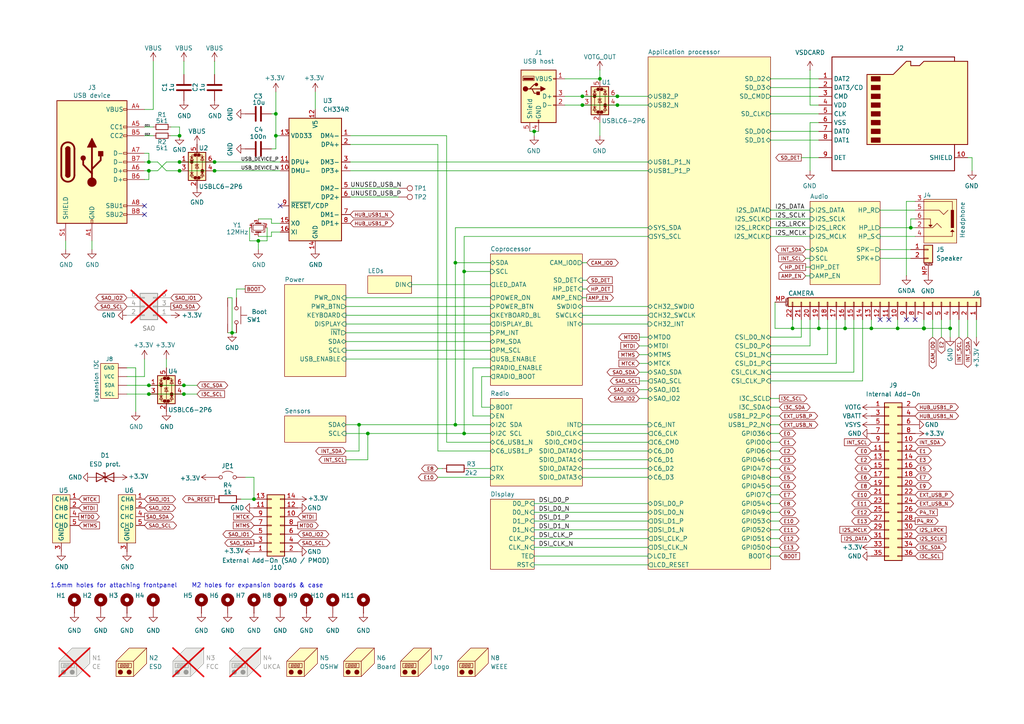
<source format=kicad_sch>
(kicad_sch (version 20250114) (generator "eeschema") (generator_version "9.0")
  (paper "A4")
  (title_block (title "Tanmatsu") (date "2025-04-04") (rev "1.0") (company "Nicolai Electronics") (comment 1 "Copyright 2025 Paul Honig") (comment 2 "Copyright 2025 Nicolai Electronics") (comment 3 "License: CERN-OHL-P"))
  (text "M2 holes for expansion boards & case" (at 74.676 169.926 0) (effects (font (size 1.27 1.27))))
  (text "1.6mm holes for attaching frontpanel" (at 33.02 169.926 0) (effects (font (size 1.27 1.27))))
  (junction (at 154.94 38.1))
  (junction (at 245.11 95.25))
  (junction (at 275.59 95.25))
  (junction (at 73.66 144.78))
  (junction (at 52.07 39.37))
  (junction (at 132.08 123.19))
  (junction (at 267.97 95.25) (diameter 1.016))
  (junction (at 106.68 125.73))
  (junction (at 53.34 111.76))
  (junction (at 168.91 27.94))
  (junction (at 53.34 114.3))
  (junction (at 67.31 96.52))
  (junction (at 43.18 114.3))
  (junction (at 52.07 46.99))
  (junction (at 179.07 30.48))
  (junction (at 132.08 76.2))
  (junction (at 80.01 33.02))
  (junction (at 179.07 27.94))
  (junction (at 43.18 49.53))
  (junction (at 134.62 78.74))
  (junction (at 260.35 95.25))
  (junction (at 43.18 111.76))
  (junction (at 229.87 95.25))
  (junction (at 62.23 46.99))
  (junction (at 168.91 30.48))
  (junction (at 62.23 49.53))
  (junction (at 74.93 69.85))
  (junction (at 52.07 49.53))
  (junction (at 237.49 95.25))
  (junction (at 104.14 123.19))
  (junction (at 134.62 125.73))
  (junction (at 173.99 22.86))
  (junction (at 252.73 95.25))
  (junction (at 264.16 66.04))
  (junction (at 43.18 46.99))
  (junction (at 80.01 39.37))
  (no_connect (at 265.43 92.71))
  (no_connect (at 255.27 92.71))
  (no_connect (at 41.91 62.23))
  (no_connect (at 257.81 92.71))
  (no_connect (at 81.28 59.69))
  (no_connect (at 262.89 92.71))
  (no_connect (at 41.91 59.69))
  (wire (pts (xy 264.16 63.5) (xy 264.16 66.04)))
  (wire (pts (xy 78.74 67.31) (xy 81.28 67.31)))
  (wire (pts (xy 223.52 102.87) (xy 240.03 102.87)))
  (wire (pts (xy 168.91 30.48) (xy 179.07 30.48)))
  (wire (pts (xy 223.52 156.21) (xy 226.06 156.21)))
  (wire (pts (xy 48.26 49.53) (xy 52.07 49.53)))
  (wire (pts (xy 53.34 114.3) (xy 57.15 114.3)))
  (wire (pts (xy 223.52 107.95) (xy 247.65 107.95)))
  (wire (pts (xy 275.59 95.25) (xy 275.59 92.71)))
  (wire (pts (xy 267.97 95.25) (xy 267.97 92.71)))
  (wire (pts (xy 154.94 158.75) (xy 187.96 158.75)))
  (wire (pts (xy 223.52 22.86) (xy 237.49 22.86)))
  (wire (pts (xy 41.91 49.53) (xy 43.18 49.53)))
  (wire (pts (xy 62.23 46.99) (xy 81.28 46.99)))
  (wire (pts (xy 223.52 100.33) (xy 234.95 100.33)))
  (wire (pts (xy 66.04 86.36) (xy 67.31 86.36)))
  (wire (pts (xy 278.13 97.79) (xy 278.13 92.71)))
  (wire (pts (xy 139.7 109.22) (xy 142.24 109.22)))
  (wire (pts (xy 170.18 81.28) (xy 168.91 81.28)))
  (wire (pts (xy 223.52 133.35) (xy 226.06 133.35)))
  (wire (pts (xy 223.52 38.1) (xy 237.49 38.1)))
  (wire (pts (xy 132.08 66.04) (xy 187.96 66.04)))
  (wire (pts (xy 255.27 60.96) (xy 265.43 60.96)))
  (wire (pts (xy 245.11 95.25) (xy 245.11 92.71)))
  (wire (pts (xy 185.42 113.03) (xy 187.96 113.03)))
  (wire (pts (xy 223.52 115.57) (xy 226.06 115.57)))
  (wire (pts (xy 168.91 88.9) (xy 187.96 88.9)))
  (wire (pts (xy 234.95 35.56) (xy 234.95 49.53)))
  (wire (pts (xy 224.79 95.25) (xy 229.87 95.25)))
  (wire (pts (xy 129.54 39.37) (xy 129.54 128.27)))
  (wire (pts (xy 223.52 143.51) (xy 226.06 143.51)))
  (wire (pts (xy 223.52 140.97) (xy 226.06 140.97)))
  (wire (pts (xy 267.97 95.25) (xy 275.59 95.25)))
  (wire (pts (xy 43.18 52.07) (xy 41.91 52.07)))
  (wire (pts (xy 52.07 36.83) (xy 52.07 39.37)))
  (wire (pts (xy 223.52 138.43) (xy 226.06 138.43)))
  (wire (pts (xy 129.54 128.27) (xy 142.24 128.27)))
  (wire (pts (xy 73.66 138.43) (xy 73.66 144.78)))
  (wire (pts (xy 100.33 99.06) (xy 142.24 99.06)))
  (wire (pts (xy 41.91 46.99) (xy 43.18 46.99)))
  (wire (pts (xy 74.93 68.58) (xy 78.74 68.58)))
  (wire (pts (xy 100.33 125.73) (xy 106.68 125.73)))
  (wire (pts (xy 223.52 158.75) (xy 226.06 158.75)))
  (wire (pts (xy 48.26 46.99) (xy 45.72 49.53)))
  (wire (pts (xy 223.52 33.02) (xy 237.49 33.02)))
  (wire (pts (xy 134.62 78.74) (xy 142.24 78.74)))
  (wire (pts (xy 252.73 95.25) (xy 260.35 95.25)))
  (wire (pts (xy 127 135.89) (xy 128.27 135.89)))
  (wire (pts (xy 154.94 153.67) (xy 187.96 153.67)))
  (wire (pts (xy 281.94 45.72) (xy 280.67 45.72)))
  (wire (pts (xy 80.01 39.37) (xy 81.28 39.37)))
  (wire (pts (xy 173.99 35.56) (xy 173.99 39.37)))
  (wire (pts (xy 139.7 109.22) (xy 139.7 118.11)))
  (wire (pts (xy 260.35 95.25) (xy 260.35 92.71)))
  (wire (pts (xy 127 130.81) (xy 142.24 130.81)))
  (wire (pts (xy 223.52 68.58) (xy 234.95 68.58)))
  (wire (pts (xy 185.42 115.57) (xy 187.96 115.57)))
  (wire (pts (xy 273.05 92.71) (xy 273.05 97.79)))
  (wire (pts (xy 127 41.91) (xy 127 130.81)))
  (wire (pts (xy 154.94 38.1) (xy 154.94 39.37)))
  (wire (pts (xy 137.16 106.68) (xy 142.24 106.68)))
  (wire (pts (xy 119.38 82.55) (xy 142.24 82.55)))
  (wire (pts (xy 154.94 161.29) (xy 187.96 161.29)))
  (wire (pts (xy 36.83 109.22) (xy 41.91 109.22)))
  (wire (pts (xy 237.49 35.56) (xy 234.95 35.56)))
  (wire (pts (xy 101.6 49.53) (xy 187.96 49.53)))
  (wire (pts (xy 168.91 138.43) (xy 187.96 138.43)))
  (wire (pts (xy 137.16 120.65) (xy 142.24 120.65)))
  (wire (pts (xy 223.52 40.64) (xy 237.49 40.64)))
  (wire (pts (xy 237.49 95.25) (xy 245.11 95.25)))
  (wire (pts (xy 77.47 69.85) (xy 74.93 69.85)))
  (wire (pts (xy 223.52 125.73) (xy 226.06 125.73)))
  (wire (pts (xy 154.94 163.83) (xy 187.96 163.83)))
  (wire (pts (xy 163.83 22.86) (xy 173.99 22.86)))
  (wire (pts (xy 101.6 39.37) (xy 129.54 39.37)))
  (wire (pts (xy 100.33 123.19) (xy 104.14 123.19)))
  (wire (pts (xy 106.68 125.73) (xy 134.62 125.73)))
  (wire (pts (xy 229.87 95.25) (xy 237.49 95.25)))
  (wire (pts (xy 252.73 95.25) (xy 252.73 92.71)))
  (wire (pts (xy 100.33 104.14) (xy 142.24 104.14)))
  (wire (pts (xy 168.91 83.82) (xy 170.18 83.82)))
  (wire (pts (xy 80.01 39.37) (xy 80.01 33.02)))
  (wire (pts (xy 134.62 68.58) (xy 134.62 78.74)))
  (wire (pts (xy 223.52 105.41) (xy 242.57 105.41)))
  (wire (pts (xy 264.16 66.04) (xy 265.43 66.04)))
  (wire (pts (xy 255.27 74.93) (xy 264.16 74.93)))
  (wire (pts (xy 41.91 36.83) (xy 44.45 36.83)))
  (wire (pts (xy 139.7 118.11) (xy 142.24 118.11)))
  (wire (pts (xy 262.89 58.42) (xy 262.89 80.01)))
  (wire (pts (xy 45.72 46.99) (xy 48.26 49.53)))
  (wire (pts (xy 163.83 27.94) (xy 168.91 27.94)))
  (wire (pts (xy 260.35 95.25) (xy 267.97 95.25)))
  (wire (pts (xy 74.93 69.85) (xy 74.93 72.39)))
  (wire (pts (xy 62.23 49.53) (xy 81.28 49.53)))
  (wire (pts (xy 137.16 106.68) (xy 137.16 120.65)))
  (wire (pts (xy 185.42 110.49) (xy 187.96 110.49)))
  (wire (pts (xy 74.93 63.5) (xy 78.74 63.5)))
  (wire (pts (xy 250.19 92.71) (xy 250.19 110.49)))
  (wire (pts (xy 223.52 151.13) (xy 226.06 151.13)))
  (wire (pts (xy 168.91 135.89) (xy 187.96 135.89)))
  (wire (pts (xy 179.07 27.94) (xy 187.96 27.94)))
  (wire (pts (xy 104.14 123.19) (xy 104.14 130.81)))
  (wire (pts (xy 280.67 97.79) (xy 280.67 92.71)))
  (wire (pts (xy 80.01 33.02) (xy 78.74 33.02)))
  (wire (pts (xy 154.94 151.13) (xy 187.96 151.13)))
  (wire (pts (xy 255.27 72.39) (xy 264.16 72.39)))
  (wire (pts (xy 163.83 30.48) (xy 168.91 30.48)))
  (wire (pts (xy 242.57 105.41) (xy 242.57 92.71)))
  (wire (pts (xy 223.52 135.89) (xy 226.06 135.89)))
  (wire (pts (xy 67.31 86.36) (xy 67.31 96.52)))
  (wire (pts (xy 168.91 91.44) (xy 187.96 91.44)))
  (wire (pts (xy 185.42 100.33) (xy 187.96 100.33)))
  (wire (pts (xy 66.04 96.52) (xy 67.31 96.52)))
  (wire (pts (xy 223.52 63.5) (xy 234.95 63.5)))
  (wire (pts (xy 223.52 148.59) (xy 226.06 148.59)))
  (wire (pts (xy 68.58 83.82) (xy 71.12 83.82)))
  (wire (pts (xy 68.58 86.36) (xy 68.58 83.82)))
  (wire (pts (xy 44.45 31.75) (xy 44.45 17.78)))
  (wire (pts (xy 132.08 76.2) (xy 132.08 123.19)))
  (wire (pts (xy 281.94 45.72) (xy 281.94 49.53)))
  (wire (pts (xy 36.83 106.68) (xy 39.37 106.68)))
  (wire (pts (xy 168.91 130.81) (xy 187.96 130.81)))
  (wire (pts (xy 275.59 95.25) (xy 275.59 97.79)))
  (wire (pts (xy 62.23 17.78) (xy 62.23 21.59)))
  (wire (pts (xy 100.33 133.35) (xy 106.68 133.35)))
  (wire (pts (xy 265.43 58.42) (xy 262.89 58.42)))
  (wire (pts (xy 168.91 86.36) (xy 170.18 86.36)))
  (wire (pts (xy 80.01 43.18) (xy 80.01 39.37)))
  (wire (pts (xy 168.91 76.2) (xy 170.18 76.2)))
  (wire (pts (xy 101.6 57.15) (xy 115.57 57.15)))
  (wire (pts (xy 43.18 49.53) (xy 43.18 52.07)))
  (wire (pts (xy 223.52 130.81) (xy 226.06 130.81)))
  (wire (pts (xy 223.52 128.27) (xy 226.06 128.27)))
  (wire (pts (xy 43.18 46.99) (xy 45.72 46.99)))
  (wire (pts (xy 232.41 97.79) (xy 232.41 92.71)))
  (wire (pts (xy 100.33 88.9) (xy 142.24 88.9)))
  (wire (pts (xy 223.52 27.94) (xy 237.49 27.94)))
  (wire (pts (xy 240.03 102.87) (xy 240.03 92.71)))
  (wire (pts (xy 223.52 123.19) (xy 226.06 123.19)))
  (wire (pts (xy 135.89 135.89) (xy 142.24 135.89)))
  (wire (pts (xy 134.62 78.74) (xy 134.62 125.73)))
  (wire (pts (xy 168.91 27.94) (xy 179.07 27.94)))
  (wire (pts (xy 78.74 63.5) (xy 78.74 64.77)))
  (wire (pts (xy 223.52 66.04) (xy 234.95 66.04)))
  (wire (pts (xy 100.33 86.36) (xy 142.24 86.36)))
  (wire (pts (xy 168.91 133.35) (xy 187.96 133.35)))
  (wire (pts (xy 36.83 114.3) (xy 43.18 114.3)))
  (wire (pts (xy 255.27 68.58) (xy 265.43 68.58)))
  (wire (pts (xy 234.95 30.48) (xy 237.49 30.48)))
  (wire (pts (xy 78.74 43.18) (xy 80.01 43.18)))
  (wire (pts (xy 154.94 146.05) (xy 187.96 146.05)))
  (wire (pts (xy 233.68 74.93) (xy 234.95 74.93)))
  (wire (pts (xy 154.94 38.1) (xy 153.67 38.1)))
  (wire (pts (xy 283.21 97.79) (xy 283.21 92.71)))
  (wire (pts (xy 77.47 66.04) (xy 77.47 69.85)))
  (wire (pts (xy 80.01 26.67) (xy 80.01 33.02)))
  (wire (pts (xy 39.37 106.68) (xy 39.37 119.38)))
  (wire (pts (xy 26.67 69.85) (xy 26.67 72.39)))
  (wire (pts (xy 229.87 92.71) (xy 229.87 95.25)))
  (wire (pts (xy 69.85 144.78) (xy 73.66 144.78)))
  (wire (pts (xy 168.91 128.27) (xy 187.96 128.27)))
  (wire (pts (xy 52.07 46.99) (xy 62.23 46.99)))
  (wire (pts (xy 53.34 17.78) (xy 53.34 21.59)))
  (wire (pts (xy 265.43 63.5) (xy 264.16 63.5)))
  (wire (pts (xy 233.68 72.39) (xy 234.95 72.39)))
  (wire (pts (xy 100.33 93.98) (xy 142.24 93.98)))
  (wire (pts (xy 52.07 49.53) (xy 62.23 49.53)))
  (wire (pts (xy 91.44 26.67) (xy 91.44 31.75)))
  (wire (pts (xy 101.6 54.61) (xy 115.57 54.61)))
  (wire (pts (xy 106.68 125.73) (xy 106.68 133.35)))
  (wire (pts (xy 223.52 25.4) (xy 237.49 25.4)))
  (wire (pts (xy 173.99 20.32) (xy 173.99 22.86)))
  (wire (pts (xy 81.28 64.77) (xy 78.74 64.77)))
  (wire (pts (xy 233.68 77.47) (xy 234.95 77.47)))
  (wire (pts (xy 185.42 102.87) (xy 187.96 102.87)))
  (wire (pts (xy 237.49 95.25) (xy 237.49 92.71)))
  (wire (pts (xy 71.12 138.43) (xy 73.66 138.43)))
  (wire (pts (xy 43.18 49.53) (xy 45.72 49.53)))
  (wire (pts (xy 233.68 80.01) (xy 234.95 80.01)))
  (wire (pts (xy 72.39 69.85) (xy 72.39 66.04)))
  (wire (pts (xy 234.95 20.32) (xy 234.95 30.48)))
  (wire (pts (xy 43.18 111.76) (xy 53.34 111.76)))
  (wire (pts (xy 134.62 125.73) (xy 142.24 125.73)))
  (wire (pts (xy 224.79 87.63) (xy 224.79 95.25)))
  (wire (pts (xy 223.52 60.96) (xy 234.95 60.96)))
  (wire (pts (xy 132.08 123.19) (xy 142.24 123.19)))
  (wire (pts (xy 132.08 66.04) (xy 132.08 76.2)))
  (wire (pts (xy 270.51 92.71) (xy 270.51 97.79)))
  (wire (pts (xy 67.31 96.52) (xy 68.58 96.52)))
  (wire (pts (xy 48.26 46.99) (xy 52.07 46.99)))
  (wire (pts (xy 41.91 44.45) (xy 43.18 44.45)))
  (wire (pts (xy 168.91 123.19) (xy 187.96 123.19)))
  (wire (pts (xy 223.52 118.11) (xy 226.06 118.11)))
  (wire (pts (xy 19.05 69.85) (xy 19.05 72.39)))
  (wire (pts (xy 247.65 107.95) (xy 247.65 92.71)))
  (wire (pts (xy 52.07 36.83) (xy 49.53 36.83)))
  (wire (pts (xy 223.52 153.67) (xy 226.06 153.67)))
  (wire (pts (xy 154.94 148.59) (xy 187.96 148.59)))
  (wire (pts (xy 185.42 97.79) (xy 187.96 97.79)))
  (wire (pts (xy 43.18 114.3) (xy 53.34 114.3)))
  (wire (pts (xy 232.41 45.72) (xy 237.49 45.72)))
  (wire (pts (xy 49.53 39.37) (xy 52.07 39.37)))
  (wire (pts (xy 234.95 100.33) (xy 234.95 92.71)))
  (wire (pts (xy 127 138.43) (xy 142.24 138.43)))
  (wire (pts (xy 41.91 104.14) (xy 41.91 109.22)))
  (wire (pts (xy 43.18 44.45) (xy 43.18 46.99)))
  (wire (pts (xy 104.14 123.19) (xy 132.08 123.19)))
  (wire (pts (xy 223.52 146.05) (xy 226.06 146.05)))
  (wire (pts (xy 41.91 31.75) (xy 44.45 31.75)))
  (wire (pts (xy 185.42 105.41) (xy 187.96 105.41)))
  (wire (pts (xy 223.52 97.79) (xy 232.41 97.79)))
  (wire (pts (xy 168.91 93.98) (xy 187.96 93.98)))
  (wire (pts (xy 48.26 104.14) (xy 48.26 106.68)))
  (wire (pts (xy 223.52 161.29) (xy 226.06 161.29)))
  (wire (pts (xy 36.83 111.76) (xy 43.18 111.76)))
  (wire (pts (xy 132.08 76.2) (xy 142.24 76.2)))
  (wire (pts (xy 168.91 125.73) (xy 187.96 125.73)))
  (wire (pts (xy 100.33 130.81) (xy 104.14 130.81)))
  (wire (pts (xy 185.42 107.95) (xy 187.96 107.95)))
  (wire (pts (xy 255.27 66.04) (xy 264.16 66.04)))
  (wire (pts (xy 179.07 30.48) (xy 187.96 30.48)))
  (wire (pts (xy 101.6 41.91) (xy 127 41.91)))
  (wire (pts (xy 101.6 46.99) (xy 187.96 46.99)))
  (wire (pts (xy 223.52 120.65) (xy 226.06 120.65)))
  (wire (pts (xy 100.33 91.44) (xy 142.24 91.44)))
  (wire (pts (xy 154.94 156.21) (xy 187.96 156.21)))
  (wire (pts (xy 245.11 95.25) (xy 252.73 95.25)))
  (wire (pts (xy 100.33 96.52) (xy 142.24 96.52)))
  (wire (pts (xy 53.34 111.76) (xy 57.15 111.76)))
  (wire (pts (xy 74.93 69.85) (xy 72.39 69.85)))
  (wire (pts (xy 223.52 110.49) (xy 250.19 110.49)))
  (wire (pts (xy 100.33 101.6) (xy 142.24 101.6)))
  (wire (pts (xy 41.91 39.37) (xy 44.45 39.37)))
  (wire (pts (xy 78.74 67.31) (xy 78.74 68.58)))
  (wire (pts (xy 134.62 68.58) (xy 187.96 68.58)))
  (wire (pts (xy 156.21 38.1) (xy 154.94 38.1)))
  (label "CC2" (at 41.91 39.37 0) (effects (font (size 0.508 0.508))))
  (label "DSI_CLK_N" (at 156.21 158.75 0))
  (label "DSI_D1_N" (at 156.21 153.67 0))
  (label "I2S_MCLK" (at 224.79 68.58 0))
  (label "USB_DEVICE_N" (at 69.85 49.53 0) (effects (font (size 1.016 1.016))))
  (label "DSI_D0_P" (at 156.21 146.05 0))
  (label "USB_DEVICE_P" (at 69.85 46.99 0) (effects (font (size 1.016 1.016))))
  (label "DSI_D0_N" (at 156.21 148.59 0))
  (label "DSI_CLK_P" (at 156.21 156.21 0))
  (label "CC1" (at 41.91 36.83 0) (effects (font (size 0.508 0.508))))
  (label "UNUSED_USB_P" (at 101.6 57.15 0))
  (label "I2S_DATA" (at 224.79 60.96 0))
  (label "DSI_D1_P" (at 156.21 151.13 0))
  (label "UNUSED_USB_N" (at 101.6 54.61 0))
  (label "I2S_SCLK" (at 224.79 63.5 0))
  (label "I2S_LRCK" (at 224.79 66.04 0))
  (global_label "INT_SDA" (shape bidirectional) (at 265.43 128.27 0) (effects (font (size 1.016 1.016))) (property "Intersheetrefs" "${INTERSHEET_REFS}" (effects (hide yes))))
  (global_label "E7" (shape bidirectional) (at 265.43 138.43 0) (effects (font (size 1.016 1.016))) (property "Intersheetrefs" "${INTERSHEET_REFS}" (effects (hide yes))))
  (global_label "HUB_USB1_P" (shape bidirectional) (at 101.6 64.77 0) (effects (font (size 1.016 1.016))) (property "Intersheetrefs" "${INTERSHEET_REFS}" (effects (hide yes))))
  (global_label "BOOT" (shape input) (at 226.06 161.29 0) (effects (font (size 1.016 1.016))) (property "Intersheetrefs" "${INTERSHEET_REFS}" (effects (hide yes))))
  (global_label "E2" (shape bidirectional) (at 226.06 130.81 0) (effects (font (size 1.016 1.016))) (property "Intersheetrefs" "${INTERSHEET_REFS}" (effects (hide yes))))
  (global_label "SAO_IO1" (shape bidirectional) (at 41.91 144.78 0) (effects (font (size 1.016 1.016))) (property "Intersheetrefs" "${INTERSHEET_REFS}" (effects (hide yes))))
  (global_label "INT_SDA" (shape bidirectional) (at 100.33 130.81 180) (effects (font (size 1.016 1.016))) (property "Intersheetrefs" "${INTERSHEET_REFS}" (effects (hide yes))))
  (global_label "MTDO" (shape output) (at 185.42 97.79 180) (effects (font (size 1.016 1.016))) (property "Intersheetrefs" "${INTERSHEET_REFS}" (effects (hide yes))))
  (global_label "SAO_SCL" (shape bidirectional) (at 36.83 88.9 180) (effects (font (size 1.016 1.016))) (property "Intersheetrefs" "${INTERSHEET_REFS}" (effects (hide yes))))
  (global_label "SAO_SCL" (shape output) (at 185.42 110.49 180) (effects (font (size 1.016 1.016))) (property "Intersheetrefs" "${INTERSHEET_REFS}" (effects (hide yes))))
  (global_label "I3C_SCL" (shape input) (at 57.15 114.3 0) (effects (font (size 1.016 1.016))) (property "Intersheetrefs" "${INTERSHEET_REFS}" (effects (hide yes))))
  (global_label "MTMS" (shape input) (at 73.66 152.4 180) (effects (font (size 1.016 1.016))) (property "Intersheetrefs" "${INTERSHEET_REFS}" (effects (hide yes))))
  (global_label "E11" (shape bidirectional) (at 226.06 153.67 0) (effects (font (size 1.016 1.016))) (property "Intersheetrefs" "${INTERSHEET_REFS}" (effects (hide yes))))
  (global_label "E2" (shape bidirectional) (at 273.05 97.79 270) (effects (font (size 1.016 1.016))) (property "Intersheetrefs" "${INTERSHEET_REFS}" (effects (hide yes))))
  (global_label "INT_SCL" (shape input) (at 252.73 128.27 180) (effects (font (size 1.016 1.016))) (property "Intersheetrefs" "${INTERSHEET_REFS}" (effects (hide yes))))
  (global_label "E12" (shape bidirectional) (at 226.06 156.21 0) (effects (font (size 1.016 1.016))) (property "Intersheetrefs" "${INTERSHEET_REFS}" (effects (hide yes))))
  (global_label "E2" (shape bidirectional) (at 252.73 133.35 180) (effects (font (size 1.016 1.016))) (property "Intersheetrefs" "${INTERSHEET_REFS}" (effects (hide yes))))
  (global_label "MTCK" (shape input) (at 73.66 149.86 180) (effects (font (size 1.016 1.016))) (property "Intersheetrefs" "${INTERSHEET_REFS}" (effects (hide yes))))
  (global_label "HP_DET" (shape input) (at 170.18 83.82 0) (effects (font (size 1.016 1.016))) (property "Intersheetrefs" "${INTERSHEET_REFS}" (effects (hide yes))))
  (global_label "I2S_LRCK" (shape input) (at 265.43 153.67 0) (effects (font (size 1.016 1.016))) (property "Intersheetrefs" "${INTERSHEET_REFS}" (effects (hide yes))))
  (global_label "I2S_DATA" (shape input) (at 252.73 156.21 180) (effects (font (size 1.016 1.016))) (property "Intersheetrefs" "${INTERSHEET_REFS}" (effects (hide yes))))
  (global_label "I2S_SCLK" (shape input) (at 265.43 156.21 0) (effects (font (size 1.016 1.016))) (property "Intersheetrefs" "${INTERSHEET_REFS}" (effects (hide yes))))
  (global_label "HUB_USB1_N" (shape bidirectional) (at 265.43 120.65 0) (effects (font (size 1.016 1.016))) (property "Intersheetrefs" "${INTERSHEET_REFS}" (effects (hide yes))))
  (global_label "E4" (shape bidirectional) (at 252.73 135.89 180) (effects (font (size 1.016 1.016))) (property "Intersheetrefs" "${INTERSHEET_REFS}" (effects (hide yes))))
  (global_label "E12" (shape bidirectional) (at 252.73 148.59 180) (effects (font (size 1.016 1.016))) (property "Intersheetrefs" "${INTERSHEET_REFS}" (effects (hide yes))))
  (global_label "P4_RESET" (shape output) (at 62.23 144.78 180) (effects (font (size 1.016 1.016))) (property "Intersheetrefs" "${INTERSHEET_REFS}" (effects (hide yes))))
  (global_label "E8" (shape bidirectional) (at 226.06 146.05 0) (effects (font (size 1.016 1.016))) (property "Intersheetrefs" "${INTERSHEET_REFS}" (effects (hide yes))))
  (global_label "P4_TX" (shape input) (at 265.43 148.59 0) (effects (font (size 1.016 1.016))) (property "Intersheetrefs" "${INTERSHEET_REFS}" (effects (hide yes))))
  (global_label "MTDO" (shape output) (at 86.36 152.4 0) (effects (font (size 1.016 1.016))) (property "Intersheetrefs" "${INTERSHEET_REFS}" (effects (hide yes))))
  (global_label "SAO_SDA" (shape bidirectional) (at 185.42 107.95 180) (effects (font (size 1.016 1.016))) (property "Intersheetrefs" "${INTERSHEET_REFS}" (effects (hide yes))))
  (global_label "E6" (shape bidirectional) (at 252.73 138.43 180) (effects (font (size 1.016 1.016))) (property "Intersheetrefs" "${INTERSHEET_REFS}" (effects (hide yes))))
  (global_label "BOOT" (shape output) (at 71.12 83.82 0) (effects (font (size 1.016 1.016))) (property "Intersheetrefs" "${INTERSHEET_REFS}" (effects (hide yes))))
  (global_label "MTDI" (shape input) (at 185.42 100.33 180) (effects (font (size 1.016 1.016))) (property "Intersheetrefs" "${INTERSHEET_REFS}" (effects (hide yes))))
  (global_label "HP_DET" (shape output) (at 233.68 77.47 180) (effects (font (size 1.016 1.016))) (property "Intersheetrefs" "${INTERSHEET_REFS}" (effects (hide yes))))
  (global_label "MTMS" (shape input) (at 22.86 152.4 0) (effects (font (size 1.016 1.016))) (property "Intersheetrefs" "${INTERSHEET_REFS}" (effects (hide yes))))
  (global_label "I3C_SDA" (shape bidirectional) (at 226.06 118.11 0) (effects (font (size 1.016 1.016))) (property "Intersheetrefs" "${INTERSHEET_REFS}" (effects (hide yes))))
  (global_label "E3" (shape bidirectional) (at 265.43 133.35 0) (effects (font (size 1.016 1.016))) (property "Intersheetrefs" "${INTERSHEET_REFS}" (effects (hide yes))))
  (global_label "INT_SCL" (shape output) (at 100.33 133.35 180) (effects (font (size 1.016 1.016))) (property "Intersheetrefs" "${INTERSHEET_REFS}" (effects (hide yes))))
  (global_label "EXT_USB_P" (shape bidirectional) (at 265.43 143.51 0) (effects (font (size 1.016 1.016))) (property "Intersheetrefs" "${INTERSHEET_REFS}" (effects (hide yes))))
  (global_label "SD_DET" (shape output) (at 232.41 45.72 180) (effects (font (size 1.016 1.016))) (property "Intersheetrefs" "${INTERSHEET_REFS}" (effects (hide yes))))
  (global_label "SAO_SCL" (shape bidirectional) (at 41.91 152.4 0) (effects (font (size 1.016 1.016))) (property "Intersheetrefs" "${INTERSHEET_REFS}" (effects (hide yes))))
  (global_label "E8" (shape bidirectional) (at 252.73 140.97 180) (effects (font (size 1.016 1.016))) (property "Intersheetrefs" "${INTERSHEET_REFS}" (effects (hide yes))))
  (global_label "E8" (shape bidirectional) (at 127 135.89 180) (effects (font (size 1.016 1.016))) (property "Intersheetrefs" "${INTERSHEET_REFS}" (effects (hide yes))))
  (global_label "E4" (shape bidirectional) (at 226.06 135.89 0) (effects (font (size 1.016 1.016))) (property "Intersheetrefs" "${INTERSHEET_REFS}" (effects (hide yes))))
  (global_label "SAO_SDA" (shape output) (at 73.66 157.48 180) (effects (font (size 1.016 1.016))) (property "Intersheetrefs" "${INTERSHEET_REFS}" (effects (hide yes))))
  (global_label "E0" (shape bidirectional) (at 226.06 125.73 0) (effects (font (size 1.016 1.016))) (property "Intersheetrefs" "${INTERSHEET_REFS}" (effects (hide yes))))
  (global_label "MTDO" (shape output) (at 22.86 149.86 0) (effects (font (size 1.016 1.016))) (property "Intersheetrefs" "${INTERSHEET_REFS}" (effects (hide yes))))
  (global_label "EXT_USB_N" (shape bidirectional) (at 226.06 123.19 0) (effects (font (size 1.016 1.016))) (property "Intersheetrefs" "${INTERSHEET_REFS}" (effects (hide yes))))
  (global_label "E10" (shape bidirectional) (at 252.73 143.51 180) (effects (font (size 1.016 1.016))) (property "Intersheetrefs" "${INTERSHEET_REFS}" (effects (hide yes))))
  (global_label "SAO_IO1" (shape bidirectional) (at 49.53 86.36 0) (effects (font (size 1.016 1.016))) (property "Intersheetrefs" "${INTERSHEET_REFS}" (effects (hide yes))))
  (global_label "INT_SDA" (shape bidirectional) (at 280.67 97.79 270) (effects (font (size 1.016 1.016))) (property "Intersheetrefs" "${INTERSHEET_REFS}" (effects (hide yes))))
  (global_label "SAO_IO1" (shape bidirectional) (at 73.66 154.94 180) (effects (font (size 1.016 1.016))) (property "Intersheetrefs" "${INTERSHEET_REFS}" (effects (hide yes))))
  (global_label "E1" (shape bidirectional) (at 265.43 130.81 0) (effects (font (size 1.016 1.016))) (property "Intersheetrefs" "${INTERSHEET_REFS}" (effects (hide yes))))
  (global_label "E13" (shape bidirectional) (at 252.73 151.13 180) (effects (font (size 1.016 1.016))) (property "Intersheetrefs" "${INTERSHEET_REFS}" (effects (hide yes))))
  (global_label "E5" (shape bidirectional) (at 226.06 138.43 0) (effects (font (size 1.016 1.016))) (property "Intersheetrefs" "${INTERSHEET_REFS}" (effects (hide yes))))
  (global_label "HUB_USB1_P" (shape bidirectional) (at 265.43 118.11 0) (effects (font (size 1.016 1.016))) (property "Intersheetrefs" "${INTERSHEET_REFS}" (effects (hide yes))))
  (global_label "EXT_USB_P" (shape bidirectional) (at 226.06 120.65 0) (effects (font (size 1.016 1.016))) (property "Intersheetrefs" "${INTERSHEET_REFS}" (effects (hide yes))))
  (global_label "MTMS" (shape input) (at 185.42 102.87 180) (effects (font (size 1.016 1.016))) (property "Intersheetrefs" "${INTERSHEET_REFS}" (effects (hide yes))))
  (global_label "I3C_SDA" (shape bidirectional) (at 57.15 111.76 0) (effects (font (size 1.016 1.016))) (property "Intersheetrefs" "${INTERSHEET_REFS}" (effects (hide yes))))
  (global_label "MTCK" (shape input) (at 22.86 144.78 0) (effects (font (size 1.016 1.016))) (property "Intersheetrefs" "${INTERSHEET_REFS}" (effects (hide yes))))
  (global_label "E9" (shape bidirectional) (at 226.06 148.59 0) (effects (font (size 1.016 1.016))) (property "Intersheetrefs" "${INTERSHEET_REFS}" (effects (hide yes))))
  (global_label "AMP_EN" (shape output) (at 170.18 86.36 0) (effects (font (size 1.016 1.016))) (property "Intersheetrefs" "${INTERSHEET_REFS}" (effects (hide yes))))
  (global_label "HUB_USB1_N" (shape bidirectional) (at 101.6 62.23 0) (effects (font (size 1.016 1.016))) (property "Intersheetrefs" "${INTERSHEET_REFS}" (effects (hide yes))))
  (global_label "I3C_SDA" (shape bidirectional) (at 265.43 158.75 0) (effects (font (size 1.016 1.016))) (property "Intersheetrefs" "${INTERSHEET_REFS}" (effects (hide yes))))
  (global_label "P4_RX" (shape output) (at 265.43 151.13 0) (effects (font (size 1.016 1.016))) (property "Intersheetrefs" "${INTERSHEET_REFS}" (effects (hide yes))))
  (global_label "E0" (shape bidirectional) (at 252.73 130.81 180) (effects (font (size 1.016 1.016))) (property "Intersheetrefs" "${INTERSHEET_REFS}" (effects (hide yes))))
  (global_label "SAO_IO2" (shape bidirectional) (at 36.83 86.36 180) (effects (font (size 1.016 1.016))) (property "Intersheetrefs" "${INTERSHEET_REFS}" (effects (hide yes))))
  (global_label "E5" (shape bidirectional) (at 265.43 135.89 0) (effects (font (size 1.016 1.016))) (property "Intersheetrefs" "${INTERSHEET_REFS}" (effects (hide yes))))
  (global_label "INT_SCL" (shape input) (at 278.13 97.79 270) (effects (font (size 1.016 1.016))) (property "Intersheetrefs" "${INTERSHEET_REFS}" (effects (hide yes))))
  (global_label "SAO_SDA" (shape output) (at 41.91 149.86 0) (effects (font (size 1.016 1.016))) (property "Intersheetrefs" "${INTERSHEET_REFS}" (effects (hide yes))))
  (global_label "I3C_SCL" (shape output) (at 226.06 115.57 0) (effects (font (size 1.016 1.016))) (property "Intersheetrefs" "${INTERSHEET_REFS}" (effects (hide yes))))
  (global_label "INT_SDA" (shape bidirectional) (at 233.68 72.39 180) (effects (font (size 1.016 1.016))) (property "Intersheetrefs" "${INTERSHEET_REFS}" (effects (hide yes))))
  (global_label "MTDI" (shape input) (at 86.36 149.86 0) (effects (font (size 1.016 1.016))) (property "Intersheetrefs" "${INTERSHEET_REFS}" (effects (hide yes))))
  (global_label "SAO_IO2" (shape bidirectional) (at 185.42 115.57 180) (effects (font (size 1.016 1.016))) (property "Intersheetrefs" "${INTERSHEET_REFS}" (effects (hide yes))))
  (global_label "E6" (shape bidirectional) (at 226.06 140.97 0) (effects (font (size 1.016 1.016))) (property "Intersheetrefs" "${INTERSHEET_REFS}" (effects (hide yes))))
  (global_label "MTCK" (shape input) (at 185.42 105.41 180) (effects (font (size 1.016 1.016))) (property "Intersheetrefs" "${INTERSHEET_REFS}" (effects (hide yes))))
  (global_label "E3" (shape bidirectional) (at 226.06 133.35 0) (effects (font (size 1.016 1.016))) (property "Intersheetrefs" "${INTERSHEET_REFS}" (effects (hide yes))))
  (global_label "CAM_IO0" (shape bidirectional) (at 170.18 76.2 0) (effects (font (size 1.016 1.016))) (property "Intersheetrefs" "${INTERSHEET_REFS}" (effects (hide yes))))
  (global_label "EXT_USB_N" (shape bidirectional) (at 265.43 146.05 0) (effects (font (size 1.016 1.016))) (property "Intersheetrefs" "${INTERSHEET_REFS}" (effects (hide yes))))
  (global_label "E1" (shape bidirectional) (at 226.06 128.27 0) (effects (font (size 1.016 1.016))) (property "Intersheetrefs" "${INTERSHEET_REFS}" (effects (hide yes))))
  (global_label "SAO_IO2" (shape bidirectional) (at 86.36 154.94 0) (effects (font (size 1.016 1.016))) (property "Intersheetrefs" "${INTERSHEET_REFS}" (effects (hide yes))))
  (global_label "AMP_EN" (shape input) (at 233.68 80.01 180) (effects (font (size 1.016 1.016))) (property "Intersheetrefs" "${INTERSHEET_REFS}" (effects (hide yes))))
  (global_label "INT_SCL" (shape input) (at 233.68 74.93 180) (effects (font (size 1.016 1.016))) (property "Intersheetrefs" "${INTERSHEET_REFS}" (effects (hide yes))))
  (global_label "SAO_SDA" (shape output) (at 49.53 88.9 0) (effects (font (size 1.016 1.016))) (property "Intersheetrefs" "${INTERSHEET_REFS}" (effects (hide yes))))
  (global_label "E11" (shape bidirectional) (at 252.73 146.05 180) (effects (font (size 1.016 1.016))) (property "Intersheetrefs" "${INTERSHEET_REFS}" (effects (hide yes))))
  (global_label "E7" (shape bidirectional) (at 226.06 143.51 0) (effects (font (size 1.016 1.016))) (property "Intersheetrefs" "${INTERSHEET_REFS}" (effects (hide yes))))
  (global_label "SAO_SCL" (shape bidirectional) (at 86.36 157.48 0) (effects (font (size 1.016 1.016))) (property "Intersheetrefs" "${INTERSHEET_REFS}" (effects (hide yes))))
  (global_label "E9" (shape bidirectional) (at 265.43 140.97 0) (effects (font (size 1.016 1.016))) (property "Intersheetrefs" "${INTERSHEET_REFS}" (effects (hide yes))))
  (global_label "MTDI" (shape input) (at 22.86 147.32 0) (effects (font (size 1.016 1.016))) (property "Intersheetrefs" "${INTERSHEET_REFS}" (effects (hide yes))))
  (global_label "I3C_SCL" (shape input) (at 265.43 161.29 0) (effects (font (size 1.016 1.016))) (property "Intersheetrefs" "${INTERSHEET_REFS}" (effects (hide yes))))
  (global_label "E10" (shape bidirectional) (at 127 138.43 180) (effects (font (size 1.016 1.016))) (property "Intersheetrefs" "${INTERSHEET_REFS}" (effects (hide yes))))
  (global_label "SAO_IO1" (shape bidirectional) (at 185.42 113.03 180) (effects (font (size 1.016 1.016))) (property "Intersheetrefs" "${INTERSHEET_REFS}" (effects (hide yes))))
  (global_label "SAO_IO2" (shape bidirectional) (at 41.91 147.32 0) (effects (font (size 1.016 1.016))) (property "Intersheetrefs" "${INTERSHEET_REFS}" (effects (hide yes))))
  (global_label "CAM_IO0" (shape bidirectional) (at 270.51 97.79 270) (effects (font (size 1.016 1.016))) (property "Intersheetrefs" "${INTERSHEET_REFS}" (effects (hide yes))))
  (global_label "I2S_MCLK" (shape input) (at 252.73 153.67 180) (effects (font (size 1.016 1.016))) (property "Intersheetrefs" "${INTERSHEET_REFS}" (effects (hide yes))))
  (global_label "E10" (shape bidirectional) (at 226.06 151.13 0) (effects (font (size 1.016 1.016))) (property "Intersheetrefs" "${INTERSHEET_REFS}" (effects (hide yes))))
  (global_label "SD_DET" (shape input) (at 170.18 81.28 0) (effects (font (size 1.016 1.016))) (property "Intersheetrefs" "${INTERSHEET_REFS}" (effects (hide yes))))
  (global_label "E13" (shape bidirectional) (at 226.06 158.75 0) (effects (font (size 1.016 1.016))) (property "Intersheetrefs" "${INTERSHEET_REFS}" (effects (hide yes))))
  (symbol (lib_id "Mechanical:MountingHole_Pad") (at 66.04 175.26 0) (mirror y) (unit 1) (in_bom no)
    (property "Reference" "H6" (at 63.5 172.7199 0) (effects (justify left)))
    (property "Value" "Mounting hole" (effects (hide yes)))
    (property "Footprint" "MountingHole:MountingHole_2.2mm_M2_DIN965_Pad" (effects (hide yes)))
    (property "Datasheet" "-" (effects (hide yes)))
    (property "Description" "Mounting Hole with connection" (effects (hide yes)))
    (property "LCSC" "-" (effects (hide yes)))
  )
  (symbol (lib_id "Connector:TestPoint") (at 115.57 54.61 270) (unit 1) (in_bom no)
    (property "Reference" "TP1" (at 120.142 54.61 90) (effects (justify left)))
    (property "Value" "D-" (effects (hide yes)))
    (property "Footprint" "TestPoint:TestPoint_Pad_D1.0mm" (effects (hide yes)))
    (property "Description" "test point" (effects (hide yes)))
  )
  (symbol (lib_id "mch2021-rescue:R_Small-Device") (at 46.99 39.37 270) (unit 1)
    (property "Reference" "R2" (at 46.99 41.148 90))
    (property "Value" "5k1" (at 46.99 42.926 90))
    (property "Footprint" "Resistor_SMD:R_0402_1005Metric" (effects (hide yes)))
    (property "Datasheet" "https://datasheet.lcsc.com/lcsc/2110260030_UNI-ROYAL-Uniroyal-Elec-0402WGF5101TCE_C25905.pdf" (effects (hide yes)))
    (property "LCSC" "C25905" (effects (hide yes)))
  )
  (symbol (lib_id "Mechanical:MountingHole_Pad") (at 44.45 175.26 0) (mirror y) (unit 1) (in_bom no)
    (property "Reference" "H4" (at 41.91 172.7199 0) (effects (justify left)))
    (property "Value" "Mounting hole" (effects (hide yes)))
    (property "Footprint" "library:mountinghole_1.6mm" (effects (hide yes)))
    (property "Datasheet" "-" (effects (hide yes)))
    (property "Description" "Mounting Hole with connection" (effects (hide yes)))
    (property "LCSC" "-" (effects (hide yes)))
  )
  (symbol (lib_id "mch2021-rescue:GND-power") (at 26.67 138.43 270) (unit 1)
    (property "Reference" "#PWR040" (effects (hide yes)))
    (property "Value" "GND" (at 21.844 138.43 90))
  )
  (symbol (lib_id "power:+3.3V") (at 41.91 104.14 0) (unit 1)
    (property "Reference" "#PWR030" (effects (hide yes)))
    (property "Value" "+3.3V" (at 38.608 100.076 0) (effects (justify left)))
    (property "Description" "Power symbol creates a global label with name \"+3.3V\"" (effects (hide yes)))
  )
  (symbol (lib_id "power:GND") (at 73.66 177.8 0) (unit 1)
    (property "Reference" "#PWR058" (effects (hide yes)))
    (property "Value" "GND" (at 73.66 182.88 0))
    (property "Description" "Power symbol creates a global label with name \"GND\" , ground" (effects (hide yes)))
  )
  (symbol (lib_id "symbols2:GND") (at 48.26 119.38 0) (unit 1)
    (property "Reference" "#PWR034" (effects (hide yes)))
    (property "Value" "GND" (at 48.387 123.7742 0))
    (property "Description" "Power symbol creates a global label with name \"GND\" , ground" (effects (hide yes)))
  )
  (symbol (lib_id "power:GND") (at 44.45 177.8 0) (unit 1)
    (property "Reference" "#PWR055" (effects (hide yes)))
    (property "Value" "GND" (at 44.45 182.88 0))
    (property "Description" "Power symbol creates a global label with name \"GND\" , ground" (effects (hide yes)))
  )
  (symbol (lib_id "power:+3.3V") (at 265.43 125.73 270) (unit 1)
    (property "Reference" "#PWR039" (effects (hide yes)))
    (property "Value" "+3.3V" (at 267.97 125.73 90) (effects (justify left)))
    (property "Description" "Power symbol creates a global label with name \"+3.3V\"" (effects (hide yes)))
  )
  (symbol (lib_id "power:+3.3V") (at 91.44 26.67 0) (unit 1)
    (property "Reference" "#PWR07" (effects (hide yes)))
    (property "Value" "+3.3V" (at 88.138 22.606 0) (effects (justify left)))
    (property "Description" "Power symbol creates a global label with name \"+3.3V\"" (effects (hide yes)))
  )
  (symbol (lib_id "mch2021-rescue:GND-power") (at 52.07 39.37 0) (unit 1)
    (property "Reference" "#PWR011" (effects (hide yes)))
    (property "Value" "GND" (at 52.07 43.434 0))
  )
  (symbol (lib_id "mch2021-rescue:GND-power") (at 74.93 72.39 0) (unit 1)
    (property "Reference" "#PWR021" (effects (hide yes)))
    (property "Value" "GND" (at 75.057 76.7842 0))
  )
  (symbol (lib_id "power:+3.3V") (at 283.21 97.79 180) (unit 1)
    (property "Reference" "#PWR029" (effects (hide yes)))
    (property "Value" "+3.3V" (at 283.21 103.886 90))
    (property "Description" "Power symbol creates a global label with name \"+3.3V\"" (effects (hide yes)))
  )
  (symbol (lib_id "mch2021-rescue:GND-power") (at 234.95 49.53 0) (mirror y) (unit 1)
    (property "Reference" "#PWR016" (effects (hide yes)))
    (property "Value" "GND" (at 234.823 53.9242 0))
  )
  (symbol (lib_id "power:+3.3V") (at 34.29 138.43 270) (unit 1)
    (property "Reference" "#PWR041" (effects (hide yes)))
    (property "Value" "+3.3V" (at 40.132 138.176 90))
    (property "Description" "Power symbol creates a global label with name \"+3.3V\"" (effects (hide yes)))
  )
  (symbol (lib_id "mch2021-rescue:GND-power") (at 265.43 123.19 90) (unit 1)
    (property "Reference" "#PWR037" (effects (hide yes)))
    (property "Value" "GND" (at 270.256 123.19 90))
  )
  (symbol (lib_id "power:GNDA") (at 262.89 80.01 0) (unit 1)
    (property "Reference" "#PWR023" (effects (hide yes)))
    (property "Value" "GNDA" (at 262.89 84.328 0))
    (property "Description" "Power symbol creates a global label with name \"GNDA\" , analog ground" (effects (hide yes)))
  )
  (symbol (lib_id "mch2021-rescue:GND-power") (at 26.67 72.39 0) (unit 1)
    (property "Reference" "#PWR020" (effects (hide yes)))
    (property "Value" "GND" (at 26.797 76.7842 0))
  )
  (symbol (lib_id "mch2021-rescue:GND-power") (at 154.94 39.37 0) (mirror y) (unit 1)
    (property "Reference" "#PWR012" (effects (hide yes)))
    (property "Value" "GND" (at 154.813 43.7642 0))
  )
  (symbol (lib_id "Mechanical:Housing") (at 121.92 191.77 0) (unit 1) (in_bom no)
    (property "Reference" "N7" (at 125.73 190.8174 0) (effects (justify left)))
    (property "Value" "Logo" (at 125.73 193.3574 0) (effects (justify left)))
    (property "Footprint" "library:logo_nicolai" (effects (hide yes)))
    (property "Datasheet" "-" (effects (hide yes)))
    (property "LCSC" "-" (effects (hide yes)))
  )
  (symbol (lib_id "power:GND") (at 21.59 177.8 0) (unit 1)
    (property "Reference" "#PWR052" (effects (hide yes)))
    (property "Value" "GND" (at 21.59 182.88 0))
    (property "Description" "Power symbol creates a global label with name \"GND\" , ground" (effects (hide yes)))
  )
  (symbol (lib_id "mch2021-rescue:GND-power") (at 252.73 125.73 270) (unit 1)
    (property "Reference" "#PWR038" (effects (hide yes)))
    (property "Value" "GND" (at 247.904 125.73 90))
  )
  (symbol (lib_id "power:GND") (at 67.31 96.52 0) (unit 1)
    (property "Reference" "#PWR027" (effects (hide yes)))
    (property "Value" "GND" (at 67.31 100.838 0))
  )
  (symbol (lib_id "power:GND") (at 88.9 177.8 0) (unit 1)
    (property "Reference" "#PWR060" (effects (hide yes)))
    (property "Value" "GND" (at 88.9 182.88 0))
    (property "Description" "Power symbol creates a global label with name \"GND\" , ground" (effects (hide yes)))
  )
  (symbol (lib_id "symbols2:GND") (at 36.83 91.44 270) (unit 1)
    (property "Reference" "#PWR025" (effects (hide yes)))
    (property "Value" "GND" (at 31.496 91.44 90))
    (property "Description" "Power symbol creates a global label with name \"GND\" , ground" (effects (hide yes)))
  )
  (symbol (lib_id "custom-power:VLED") (at 173.99 20.32 0) (unit 1)
    (property "Reference" "#PWR04" (effects (hide yes)))
    (property "Value" "VOTG_OUT" (at 173.99 16.51 0))
    (property "Description" "Power symbol creates a global label with name \"VOTG_OUT\"" (effects (hide yes)))
  )
  (symbol (lib_id "power:+3.3V") (at 86.36 144.78 270) (unit 1)
    (property "Reference" "#PWR043" (effects (hide yes)))
    (property "Value" "+3.3V" (at 92.202 144.526 90))
    (property "Description" "Power symbol creates a global label with name \"+3.3V\"" (effects (hide yes)))
  )
  (symbol (lib_id "RCLAMP0524P-ES:RCLAMP0524P-ES") (at 17.78 149.86 0) (mirror y) (unit 1)
    (property "Reference" "U5" (at 19.812 142.24 0) (effects (justify left)))
    (property "Value" "ESD" (effects (hide yes)))
    (property "Footprint" "library:Diodes_UDFN-10_1.0x2.5mm_P0.5mm" (effects (hide yes)))
    (property "Datasheet" "https://www.lcsc.com/product-detail/ESD-Protection-Devices_ElecSuper-RCLAMP0524P-ES_C5180236.html" (effects (hide yes)))
    (property "LCSC" "C5180236" (effects (hide yes)))
  )
  (symbol (lib_id "power:+3.3V") (at 49.53 91.44 270) (unit 1)
    (property "Reference" "#PWR026" (effects (hide yes)))
    (property "Value" "+3.3V" (at 55.626 91.44 90))
    (property "Description" "Power symbol creates a global label with name \"+3.3V\"" (effects (hide yes)))
  )
  (symbol (lib_id "mch2021-rescue:GND-power") (at 73.66 147.32 270) (unit 1)
    (property "Reference" "#PWR044" (effects (hide yes)))
    (property "Value" "GND" (at 68.834 147.32 90))
  )
  (symbol (lib_id "Mechanical:MountingHole_Pad") (at 29.21 175.26 0) (mirror y) (unit 1) (in_bom no)
    (property "Reference" "H2" (at 26.67 172.7199 0) (effects (justify left)))
    (property "Value" "Mounting hole" (effects (hide yes)))
    (property "Footprint" "library:mountinghole_1.6mm" (effects (hide yes)))
    (property "Datasheet" "-" (effects (hide yes)))
    (property "Description" "Mounting Hole with connection" (effects (hide yes)))
    (property "LCSC" "-" (effects (hide yes)))
  )
  (symbol (lib_id "mch2021-rescue:GND-power") (at 173.99 39.37 0) (mirror y) (unit 1)
    (property "Reference" "#PWR013" (effects (hide yes)))
    (property "Value" "GND" (at 173.863 43.7642 0))
  )
  (symbol (lib_id "mch2021-rescue:C-Device") (at 53.34 25.4 0) (unit 1)
    (property "Reference" "C1" (at 47.752 26.67 90) (effects (justify left)))
    (property "Value" "1u" (at 49.784 26.67 90) (effects (justify left)))
    (property "Footprint" "Capacitor_SMD:C_0603_1608Metric" (effects (hide yes)))
    (property "Datasheet" "https://datasheet.lcsc.com/lcsc/2304140030_Samsung-Electro-Mechanics-CL05A105KQ5NNNC_C107372.pdf" (effects (hide yes)))
    (property "LCSC" "C5199872" (effects (hide yes)))
  )
  (symbol (lib_id "power:+3.3V") (at 252.73 158.75 90) (unit 1)
    (property "Reference" "#PWR046" (effects (hide yes)))
    (property "Value" "+3.3V" (at 250.19 158.75 90) (effects (justify left)))
    (property "Description" "Power symbol creates a global label with name \"+3.3V\"" (effects (hide yes)))
  )
  (symbol (lib_id "symbols2:GND") (at 17.78 160.02 0) (unit 1)
    (property "Reference" "#PWR047" (effects (hide yes)))
    (property "Value" "GND" (at 17.907 164.4142 0))
    (property "Description" "Power symbol creates a global label with name \"GND\" , ground" (effects (hide yes)))
  )
  (symbol (lib_id "power:VBUS") (at 44.45 17.78 0) (unit 1)
    (property "Reference" "#PWR01" (effects (hide yes)))
    (property "Value" "VBUS" (at 44.45 13.97 0))
    (property "Description" "Power symbol creates a global label with name \"VBUS\"" (effects (hide yes)))
  )
  (symbol (lib_id "Mechanical:Housing") (at 72.39 191.77 0) (unit 1) (in_bom no) (on_board no) (dnp yes)
    (property "Reference" "N4" (at 76.2 190.8174 0) (effects (justify left)))
    (property "Value" "UKCA" (at 76.2 193.3574 0) (effects (justify left)))
    (property "Footprint" "Symbol:UKCA-Logo_6x6mm_SilkScreen" (effects (hide yes)))
    (property "LCSC" "-" (effects (hide yes)))
  )
  (symbol (lib_id "mch2021-rescue:GND-power") (at 71.12 33.02 270) (unit 1)
    (property "Reference" "#PWR010" (effects (hide yes)))
    (property "Value" "GND" (at 66.7258 33.147 0))
  )
  (symbol (lib_id "mch2021-rescue:R_Small-Device") (at 46.99 36.83 270) (unit 1)
    (property "Reference" "R1" (at 46.99 33.274 90))
    (property "Value" "5k1" (at 46.99 35.052 90))
    (property "Footprint" "Resistor_SMD:R_0402_1005Metric" (effects (hide yes)))
    (property "Datasheet" "https://datasheet.lcsc.com/lcsc/2110260030_UNI-ROYAL-Uniroyal-Elec-0402WGF5101TCE_C25905.pdf" (effects (hide yes)))
    (property "LCSC" "C25905" (effects (hide yes)))
  )
  (symbol (lib_id "Mechanical:Housing") (at 39.37 191.77 0) (unit 1) (in_bom no)
    (property "Reference" "N2" (at 43.18 190.8174 0) (effects (justify left)))
    (property "Value" "ESD" (at 43.18 193.3574 0) (effects (justify left)))
    (property "Footprint" "Symbol:ESD-Logo_6.6x6mm_SilkScreen" (effects (hide yes)))
    (property "LCSC" "-" (effects (hide yes)))
  )
  (symbol (lib_id "custom-power:VSYS") (at 252.73 123.19 90) (unit 1)
    (property "Reference" "#PWR036" (effects (hide yes)))
    (property "Value" "VSYS" (at 247.396 123.19 90))
    (property "Description" "Power symbol creates a global label with name \"VSYS\"" (effects (hide yes)))
  )
  (symbol (lib_id "Mechanical:MountingHole_Pad") (at 96.52 175.26 0) (mirror y) (unit 1) (in_bom no)
    (property "Reference" "H10" (at 93.98 172.7199 0) (effects (justify left)))
    (property "Value" "Mounting hole" (effects (hide yes)))
    (property "Footprint" "MountingHole:MountingHole_2.2mm_M2_DIN965_Pad" (effects (hide yes)))
    (property "Datasheet" "-" (effects (hide yes)))
    (property "Description" "Mounting Hole with connection" (effects (hide yes)))
    (property "LCSC" "-" (effects (hide yes)))
  )
  (symbol (lib_id "power:+3.3V") (at 73.66 160.02 90) (mirror x) (unit 1)
    (property "Reference" "#PWR049" (effects (hide yes)))
    (property "Value" "+3.3V" (at 67.818 159.766 90))
    (property "Description" "Power symbol creates a global label with name \"+3.3V\"" (effects (hide yes)))
  )
  (symbol (lib_id "power:GND") (at 96.52 177.8 0) (unit 1)
    (property "Reference" "#PWR061" (effects (hide yes)))
    (property "Value" "GND" (at 96.52 182.88 0))
    (property "Description" "Power symbol creates a global label with name \"GND\" , ground" (effects (hide yes)))
  )
  (symbol (lib_id "Mechanical:Housing") (at 22.86 191.77 0) (unit 1) (in_bom no) (on_board no) (dnp yes)
    (property "Reference" "N1" (at 26.67 190.8174 0) (effects (justify left)))
    (property "Value" "CE" (at 26.67 193.3574 0) (effects (justify left)))
    (property "Footprint" "Symbol:CE-Logo_8.5x6mm_SilkScreen" (effects (hide yes)))
    (property "LCSC" "-" (effects (hide yes)))
  )
  (symbol (lib_id "Mechanical:Housing") (at 88.9 191.77 0) (unit 1) (in_bom no)
    (property "Reference" "N5" (at 92.71 190.8174 0) (effects (justify left)))
    (property "Value" "OSHW" (at 92.71 193.3574 0) (effects (justify left)))
    (property "Footprint" "Symbol:OSHW-Logo2_14.6x12mm_SilkScreen" (effects (hide yes)))
    (property "Datasheet" "-" (effects (hide yes)))
    (property "LCSC" "-" (effects (hide yes)))
  )
  (symbol (lib_id "mch2021-rescue:GND-power") (at 91.44 72.39 0) (unit 1)
    (property "Reference" "#PWR022" (effects (hide yes)))
    (property "Value" "GND" (at 91.567 76.7842 0))
  )
  (symbol (lib_id "mch2021-rescue:GND-power") (at 53.34 29.21 0) (unit 1)
    (property "Reference" "#PWR08" (effects (hide yes)))
    (property "Value" "GND" (at 53.467 33.6042 0))
  )
  (symbol (lib_id "power:VBUS") (at 62.23 17.78 0) (unit 1)
    (property "Reference" "#PWR03" (effects (hide yes)))
    (property "Value" "VBUS" (at 62.23 13.97 0))
    (property "Description" "Power symbol creates a global label with name \"VBUS\"" (effects (hide yes)))
  )
  (symbol (lib_id "Connector:USB_A") (at 156.21 27.94 0) (unit 1)
    (property "Reference" "J1" (at 156.21 15.24 0))
    (property "Value" "USB host" (at 156.21 17.78 0))
    (property "Footprint" "library:USB-A-TH_JTJ-USB-A-F-10.0-010" (effects (hide yes)))
    (property "Datasheet" "https://datasheet.lcsc.com/lcsc/2103011233_Jing-Extension-of-the-Electronic-Co--908-371A1011D10100_C42576.pdf" (effects (hide yes)))
    (property "Description" "USB Type A connector" (effects (hide yes)))
    (property "LCSC" "C42576" (effects (hide yes)))
  )
  (symbol (lib_id "pj327st-smt:PJ-327ST-SMT") (at 273.05 63.5 0) (unit 1)
    (property "Reference" "J4" (at 267.716 56.642 0) (effects (justify left)))
    (property "Value" "Headphone" (at 279.146 69.088 90) (effects (justify left)))
    (property "Footprint" "library:PJ-327ST-SMT" (effects (hide yes)))
    (property "Datasheet" "https://www.lcsc.com/datasheet/lcsc_datasheet_2110151630_XKB-Connection-PJ-327ST-SMT_C319103.pdf" (effects (hide yes)))
    (property "Description" "PJ-327ST-SMT" (effects (hide yes)))
    (property "LCSC" "C319103" (effects (hide yes)))
  )
  (symbol (lib_id "Power_Protection:USBLC6-2P6") (at 173.99 27.94 0) (unit 1)
    (property "Reference" "U1" (at 174.498 23.876 0) (effects (justify left)))
    (property "Value" "USBLC6-2P6" (at 174.498 35.052 0) (effects (justify left)))
    (property "Footprint" "Package_TO_SOT_SMD:SOT-666" (effects (hide yes)))
    (property "Datasheet" "https://www.st.com/resource/en/datasheet/usblc6-2.pdf" (effects (hide yes)))
    (property "Description" "Very low capacitance ESD protection diode, 2 data-line, SOT-666" (effects (hide yes)))
    (property "LCSC" "C2827693" (effects (hide yes)))
  )
  (symbol (lib_id "Connector:TestPoint") (at 115.57 57.15 270) (unit 1) (in_bom no)
    (property "Reference" "TP2" (at 120.142 57.15 90) (effects (justify left)))
    (property "Value" "D+" (effects (hide yes)))
    (property "Footprint" "TestPoint:TestPoint_Pad_D1.0mm" (effects (hide yes)))
    (property "Description" "test point" (effects (hide yes)))
  )
  (symbol (lib_id "mch2021-rescue:GND-power") (at 19.05 72.39 0) (unit 1)
    (property "Reference" "#PWR019" (effects (hide yes)))
    (property "Value" "GND" (at 19.177 76.7842 0))
  )
  (symbol (lib_id "symbols2:GND") (at 36.83 160.02 0) (unit 1)
    (property "Reference" "#PWR048" (effects (hide yes)))
    (property "Value" "GND" (at 36.957 164.4142 0))
    (property "Description" "Power symbol creates a global label with name \"GND\" , ground" (effects (hide yes)))
  )
  (symbol (lib_id "power:GND") (at 36.83 177.8 0) (unit 1)
    (property "Reference" "#PWR054" (effects (hide yes)))
    (property "Value" "GND" (at 36.83 182.88 0))
    (property "Description" "Power symbol creates a global label with name \"GND\" , ground" (effects (hide yes)))
  )
  (symbol (lib_id "Interface_USB:CH334R") (at 91.44 52.07 0) (unit 1)
    (property "Reference" "U3" (at 93.6341 29.21 0) (effects (justify left)))
    (property "Value" "CH334R" (at 93.6341 31.75 0) (effects (justify left)))
    (property "Footprint" "Package_SO:QSOP-16_3.9x4.9mm_P0.635mm" (effects (hide yes)))
    (property "Datasheet" "https://www.wch-ic.com/downloads/file/327.html" (effects (hide yes)))
    (property "Description" "USB HUB controller, UART, QSOP-16" (effects (hide yes)))
    (property "LCSC" "C4154405" (effects (hide yes)))
  )
  (symbol (lib_id "Device:R") (at 132.08 135.89 270) (unit 1)
    (property "Reference" "R3" (at 136.652 134.62 90))
    (property "Value" "2k2" (at 136.652 137.16 90))
    (property "Footprint" "Resistor_SMD:R_0402_1005Metric" (effects (hide yes)))
    (property "Datasheet" "https://www.lcsc.com/product-detail/Chip-Resistor-Surface-Mount_UNI-ROYAL-Uniroyal-Elec-0402WGF2201TCE_C25879.html" (effects (hide yes)))
    (property "LCSC" "C25879" (effects (hide yes)))
  )
  (symbol (lib_id "Mechanical:MountingHole_Pad") (at 36.83 175.26 0) (mirror y) (unit 1) (in_bom no)
    (property "Reference" "H3" (at 34.29 172.7199 0) (effects (justify left)))
    (property "Value" "Mounting hole" (effects (hide yes)))
    (property "Footprint" "library:mountinghole_1.6mm" (effects (hide yes)))
    (property "Datasheet" "-" (effects (hide yes)))
    (property "Description" "Mounting Hole with connection" (effects (hide yes)))
    (property "LCSC" "-" (effects (hide yes)))
  )
  (symbol (lib_id "Mechanical:MountingHole_Pad") (at 58.42 175.26 0) (mirror y) (unit 1) (in_bom no)
    (property "Reference" "H5" (at 55.88 172.7199 0) (effects (justify left)))
    (property "Value" "Mounting hole" (effects (hide yes)))
    (property "Footprint" "MountingHole:MountingHole_2.2mm_M2_DIN965_Pad" (effects (hide yes)))
    (property "Datasheet" "-" (effects (hide yes)))
    (property "Description" "Mounting Hole with connection" (effects (hide yes)))
    (property "LCSC" "-" (effects (hide yes)))
  )
  (symbol (lib_id "mch2021-rescue:GND-power") (at 71.12 43.18 270) (unit 1)
    (property "Reference" "#PWR015" (effects (hide yes)))
    (property "Value" "GND" (at 66.7258 43.307 0))
  )
  (symbol (lib_id "power:+3.3V") (at 60.96 138.43 90) (unit 1)
    (property "Reference" "#PWR042" (effects (hide yes)))
    (property "Value" "+3.3V" (at 55.118 138.684 90))
    (property "Description" "Power symbol creates a global label with name \"+3.3V\"" (effects (hide yes)))
  )
  (symbol (lib_id "mch2021-rescue:GND-power") (at 281.94 49.53 0) (mirror y) (unit 1)
    (property "Reference" "#PWR017" (effects (hide yes)))
    (property "Value" "GND" (at 281.813 53.9242 0))
  )
  (symbol (lib_id "RCLAMP0524P-ES:RCLAMP0524P-ES") (at 36.83 149.86 0) (mirror y) (unit 1)
    (property "Reference" "U6" (at 38.862 142.24 0) (effects (justify left)))
    (property "Value" "ESD" (effects (hide yes)))
    (property "Footprint" "library:Diodes_UDFN-10_1.0x2.5mm_P0.5mm" (effects (hide yes)))
    (property "Datasheet" "https://www.lcsc.com/product-detail/ESD-Protection-Devices_ElecSuper-RCLAMP0524P-ES_C5180236.html" (effects (hide yes)))
    (property "LCSC" "C5180236" (effects (hide yes)))
  )
  (symbol (lib_id "Connector_Generic:Conn_02x18_Odd_Even") (at 257.81 138.43 0) (unit 1)
    (property "Reference" "J9" (at 259.08 111.76 0))
    (property "Value" "Internal Add-On" (at 259.08 114.3 0))
    (property "Footprint" "Connector_PinSocket_2.54mm:PinSocket_2x18_P2.54mm_Vertical_SMD" (effects (hide yes)))
    (property "Datasheet" "https://datasheet.lcsc.com/lcsc/2306091018_HCTL-PM254-2-18-S-8-5_C3975163.pdf" (effects (hide yes)))
    (property "Description" "Generic connector, double row, 02x18, odd/even pin numbering scheme (row 1 odd numbers, row 2 even numbers), script generated (kicad-library-utils/schlib/autogen/connector/)" (effects (hide yes)))
    (property "LCSC" "C3975163" (effects (hide yes)))
  )
  (symbol (lib_id "power:GND") (at 66.04 177.8 0) (unit 1)
    (property "Reference" "#PWR057" (effects (hide yes)))
    (property "Value" "GND" (at 66.04 182.88 0))
    (property "Description" "Power symbol creates a global label with name \"GND\" , ground" (effects (hide yes)))
  )
  (symbol (lib_id "Power_Protection:USBLC6-2P6") (at 48.26 111.76 0) (unit 1)
    (property "Reference" "U4" (at 48.768 107.696 0) (effects (justify left)))
    (property "Value" "USBLC6-2P6" (at 48.768 118.872 0) (effects (justify left)))
    (property "Footprint" "Package_TO_SOT_SMD:SOT-666" (effects (hide yes)))
    (property "Datasheet" "https://www.st.com/resource/en/datasheet/usblc6-2.pdf" (effects (hide yes)))
    (property "Description" "Very low capacitance ESD protection diode, 2 data-line, SOT-666" (effects (hide yes)))
    (property "LCSC" "C2827693" (effects (hide yes)))
  )
  (symbol (lib_id "Power_Protection:USBLC6-2P6") (at 57.15 46.99 0) (unit 1)
    (property "Reference" "U2" (at 57.658 42.926 0) (effects (justify left)))
    (property "Value" "USBLC6-2P6" (at 57.658 54.102 0) (effects (justify left)))
    (property "Footprint" "Package_TO_SOT_SMD:SOT-666" (effects (hide yes)))
    (property "Datasheet" "https://www.st.com/resource/en/datasheet/usblc6-2.pdf" (effects (hide yes)))
    (property "Description" "Very low capacitance ESD protection diode, 2 data-line, SOT-666" (effects (hide yes)))
    (property "LCSC" "C2827693" (effects (hide yes)))
  )
  (symbol (lib_id "mch2021-rescue:C-Device") (at 62.23 25.4 0) (unit 1)
    (property "Reference" "C2" (at 56.642 26.67 90) (effects (justify left)))
    (property "Value" "1u" (at 58.674 26.67 90) (effects (justify left)))
    (property "Footprint" "Capacitor_SMD:C_0603_1608Metric" (effects (hide yes)))
    (property "Datasheet" "https://datasheet.lcsc.com/lcsc/2304140030_Samsung-Electro-Mechanics-CL05A105KQ5NNNC_C107372.pdf" (effects (hide yes)))
    (property "LCSC" "C5199872" (effects (hide yes)))
  )
  (symbol (lib_id "power:GND") (at 275.59 97.79 0) (unit 1)
    (property "Reference" "#PWR028" (effects (hide yes)))
    (property "Value" "GND" (at 275.59 102.87 90))
  )
  (symbol (lib_id "mch2021-rescue:GND-power") (at 62.23 29.21 0) (unit 1)
    (property "Reference" "#PWR09" (effects (hide yes)))
    (property "Value" "GND" (at 62.357 33.6042 0))
  )
  (symbol (lib_id "Connector_Generic:Conn_02x03_Odd_Even") (at 44.45 88.9 180) (unit 1) (in_bom no) (dnp yes)
    (property "Reference" "J7" (effects (hide yes)))
    (property "Value" "SAO" (at 43.18 95.25 0))
    (property "Footprint" "Connector_PinSocket_2.54mm:PinSocket_2x03_P2.54mm_Vertical_SMD" (effects (hide yes)))
    (property "Description" "Generic connector, double row, 02x03, odd/even pin numbering scheme (row 1 odd numbers, row 2 even numbers), script generated (kicad-library-utils/schlib/autogen/connector/)" (effects (hide yes)))
    (property "LCSC" "-" (effects (hide yes)))
  )
  (symbol (lib_id "mch2021-rescue:GND-power") (at 86.36 160.02 90) (mirror x) (unit 1)
    (property "Reference" "#PWR050" (effects (hide yes)))
    (property "Value" "GND" (at 91.186 160.02 90))
  )
  (symbol (lib_id "power:GND") (at 58.42 177.8 0) (unit 1)
    (property "Reference" "#PWR056" (effects (hide yes)))
    (property "Value" "GND" (at 58.42 182.88 0))
    (property "Description" "Power symbol creates a global label with name \"GND\" , ground" (effects (hide yes)))
  )
  (symbol (lib_id "Connector_Generic:Conn_02x07_Odd_Even") (at 78.74 152.4 0) (mirror x) (unit 1)
    (property "Reference" "J10" (at 80.01 164.592 0))
    (property "Value" "External Add-On (SAO / PMOD)" (at 80.01 162.56 0))
    (property "Footprint" "Connector_PinSocket_2.54mm:PinSocket_2x07_P2.54mm_Horizontal" (effects (hide yes)))
    (property "Datasheet" "https://www.lcsc.com/product-detail/Female-Headers_DEALON-DW254W-22-14-85_C2936004.html" (effects (hide yes)))
    (property "LCSC" "C2936004" (effects (hide yes)))
  )
  (symbol (lib_id "mch2021-rescue:GND-power") (at 86.36 147.32 90) (unit 1)
    (property "Reference" "#PWR045" (effects (hide yes)))
    (property "Value" "GND" (at 91.186 147.32 90))
  )
  (symbol (lib_id "symbols:Conn_01x02_MountingPin") (at 269.24 72.39 0) (unit 1)
    (property "Reference" "J5" (at 271.526 72.39 0) (effects (justify left)))
    (property "Value" "Speaker" (at 271.526 74.93 0) (effects (justify left)))
    (property "Footprint" "Connector_Molex:Molex_PicoBlade_53261-0271_1x02-1MP_P1.25mm_Horizontal" (effects (hide yes)))
    (property "Datasheet" "https://www.lcsc.com/product-detail/Wire-To-Board-Connector_XUNPU-WAFER-MX1-25-2PWB_C3029359.html" (effects (hide yes)))
    (property "LCSC" "C3029359" (effects (hide yes)))
  )
  (symbol (lib_id "Mechanical:MountingHole_Pad") (at 88.9 175.26 0) (mirror y) (unit 1) (in_bom no)
    (property "Reference" "H9" (at 86.36 172.7199 0) (effects (justify left)))
    (property "Value" "Mounting hole" (effects (hide yes)))
    (property "Footprint" "MountingHole:MountingHole_2.2mm_M2_DIN965_Pad" (effects (hide yes)))
    (property "Datasheet" "-" (effects (hide yes)))
    (property "Description" "Mounting Hole with connection" (effects (hide yes)))
    (property "LCSC" "-" (effects (hide yes)))
  )
  (symbol (lib_id "custom-power:VSDCARD") (at 234.95 20.32 0) (unit 1)
    (property "Reference" "#PWR05" (effects (hide yes)))
    (property "Value" "VSDCARD" (at 234.95 15.24 0))
    (property "Description" "Power symbol creates a global label with name \"VSDCARD\"" (effects (hide yes)))
  )
  (symbol (lib_id "Mechanical:Housing") (at 105.41 191.77 0) (unit 1) (in_bom no)
    (property "Reference" "N6" (at 109.22 190.8174 0) (effects (justify left)))
    (property "Value" "Board" (at 109.22 193.3574 0) (effects (justify left)))
    (property "Footprint" "design:board" (effects (hide yes)))
    (property "Datasheet" "-" (effects (hide yes)))
    (property "LCSC" "-" (effects (hide yes)))
  )
  (symbol (lib_id "symbols:QWIIC_MCH") (at 34.29 106.68 0) (mirror x) (unit 1)
    (property "Reference" "J8" (at 31.75 104.14 0) (effects (font (size 1.143 1.143))))
    (property "Value" "Expansion I3C" (at 27.94 110.49 90) (effects (font (size 1.143 1.143))))
    (property "Footprint" "library:1X04_1MM_RA_GND" (effects (hide yes)))
    (property "Datasheet" "https://datasheet.lcsc.com/lcsc/1811151533_JST-Sales-America-SM04B-SRSS-TB-LF-SN_C160404.pdf" (effects (hide yes)))
    (property "LCSC" "C7433425" (effects (hide yes)))
  )
  (symbol (lib_id "mch2021-rescue:GND-power") (at 269.24 80.01 0) (mirror y) (unit 1)
    (property "Reference" "#PWR024" (effects (hide yes)))
    (property "Value" "GND" (at 269.113 84.4042 0))
  )
  (symbol (lib_id "power:GND") (at 29.21 177.8 0) (unit 1)
    (property "Reference" "#PWR053" (effects (hide yes)))
    (property "Value" "GND" (at 29.21 182.88 0))
    (property "Description" "Power symbol creates a global label with name \"GND\" , ground" (effects (hide yes)))
  )
  (symbol (lib_id "power:GND") (at 105.41 177.8 0) (unit 1)
    (property "Reference" "#PWR062" (effects (hide yes)))
    (property "Value" "GND" (at 105.41 182.88 0))
    (property "Description" "Power symbol creates a global label with name \"GND\" , ground" (effects (hide yes)))
  )
  (symbol (lib_id "mch2021-rescue:GND-power") (at 252.73 161.29 270) (unit 1)
    (property "Reference" "#PWR051" (effects (hide yes)))
    (property "Value" "GND" (at 247.904 161.29 90))
  )
  (symbol (lib_id "Connector_Generic_MountingPin:Conn_01x22_MountingPin") (at 257.81 87.63 270) (mirror x) (unit 1)
    (property "Reference" "J6" (at 281.94 85.09 90) (effects (justify left)))
    (property "Value" "CAMERA" (at 228.6 85.09 90) (effects (justify left)))
    (property "Footprint" "Connector_FFC-FPC:Hirose_FH12-22S-0.5SH_1x22-1MP_P0.50mm_Horizontal" (effects (hide yes)))
    (property "Datasheet" "https://www.lcsc.com/product-detail/FFC-FPC-Connectors_HRS-Hirose-FH12-22S-0-5SH-55_C597981.html" (effects (hide yes)))
    (property "Description" "RPI camera" (effects (hide yes)))
    (property "LCSC" "C597981" (effects (hide yes)))
  )
  (symbol (lib_id "Device:D_TVS") (at 30.48 138.43 0) (mirror y) (unit 1)
    (property "Reference" "D1" (at 30.48 132.08 0))
    (property "Value" "ESD prot." (at 30.48 134.62 0))
    (property "Footprint" "Diode_SMD:D_SOD-323" (effects (hide yes)))
    (property "Datasheet" "https://jlcpcb.com/partdetail/Elecsuper-CDSOD323T03SC/C22363742" (effects (hide yes)))
    (property "LCSC" "C22363742" (effects (hide yes)))
  )
  (symbol (lib_id "power:+3.3V") (at 48.26 104.14 0) (unit 1)
    (property "Reference" "#PWR031" (effects (hide yes)))
    (property "Value" "+3.3V" (at 44.958 100.076 0) (effects (justify left)))
    (property "Description" "Power symbol creates a global label with name \"+3.3V\"" (effects (hide yes)))
  )
  (symbol (lib_id "Device:R") (at 66.04 144.78 270) (unit 1)
    (property "Reference" "R4" (at 66.04 140.716 90))
    (property "Value" "1k" (at 66.04 142.748 90))
    (property "Footprint" "Resistor_SMD:R_0402_1005Metric" (effects (hide yes)))
    (property "Datasheet" "https://www.lcsc.com/product-detail/Chip-Resistor-Surface-Mount_UNI-ROYAL-Uniroyal-Elec-0402WGF2201TCE_C25879.html" (effects (hide yes)))
    (property "LCSC" "C11702" (effects (hide yes)))
  )
  (symbol (lib_id "power:GND") (at 81.28 177.8 0) (unit 1)
    (property "Reference" "#PWR059" (effects (hide yes)))
    (property "Value" "GND" (at 81.28 182.88 0))
    (property "Description" "Power symbol creates a global label with name \"GND\" , ground" (effects (hide yes)))
  )
  (symbol (lib_id "Mechanical:MountingHole_Pad") (at 21.59 175.26 0) (mirror y) (unit 1) (in_bom no)
    (property "Reference" "H1" (at 19.05 172.72 0) (effects (justify left)))
    (property "Value" "Mounting hole" (effects (hide yes)))
    (property "Footprint" "library:mountinghole_1.6mm" (effects (hide yes)))
    (property "Datasheet" "-" (effects (hide yes)))
    (property "Description" "Mounting Hole with connection" (effects (hide yes)))
    (property "LCSC" "-" (effects (hide yes)))
  )
  (symbol (lib_id "Jumper:Jumper_2_Open") (at 66.04 138.43 0) (unit 1) (in_bom no)
    (property "Reference" "JP1" (at 66.04 135.128 0))
    (property "Value" "~" (at 66.04 135.89 0))
    (property "Footprint" "Jumper:SolderJumper-2_P1.3mm_Open_RoundedPad1.0x1.5mm" (effects (hide yes)))
    (property "Description" "Jumper, 2-pole, open" (effects (hide yes)))
    (property "LCSC" "-" (effects (hide yes)))
  )
  (symbol (lib_id "Mechanical:Housing") (at 55.88 191.77 0) (unit 1) (in_bom no) (on_board no) (dnp yes)
    (property "Reference" "N3" (at 59.69 190.8174 0) (effects (justify left)))
    (property "Value" "FCC" (at 59.69 193.3574 0) (effects (justify left)))
    (property "Footprint" "Symbol:FCC-Logo_7.3x6mm_SilkScreen" (effects (hide yes)))
    (property "LCSC" "-" (effects (hide yes)))
  )
  (symbol (lib_id "mch2021-rescue:USB_C_Receptacle_USB2.0-Connector") (at 26.67 46.99 0) (unit 1)
    (property "Reference" "J3" (at 26.67 25.4 0))
    (property "Value" "USB device" (at 26.67 27.686 0))
    (property "Footprint" "Connector_USB:USB_C_Receptacle_HRO_TYPE-C-31-M-12" (effects (hide yes)))
    (property "Datasheet" "https://datasheet.lcsc.com/lcsc/2108131730_Korean-Hroparts-Elec-TYPE-C-31-M-12_C165948.pdf" (effects (hide yes)))
    (property "Description" "TYPE-C-31-M-12" (effects (hide yes)))
    (property "LCSC" "C165948" (effects (hide yes)))
  )
  (symbol (lib_id "Device:Crystal_GND24_Small") (at 74.93 66.04 90) (unit 1)
    (property "Reference" "Y1" (at 68.834 65.278 90))
    (property "Value" "12MHz" (at 68.834 67.31 90))
    (property "Footprint" "Crystal:Crystal_SMD_2520-4Pin_2.5x2.0mm" (effects (hide yes)))
    (property "Datasheet" "https://www.lcsc.com/product-detail/Crystals_Yajingxin-TXM12M0004252LBCEO00T_C284156.html" (effects (hide yes)))
    (property "Description" "Four pin crystal, GND on pins 2 and 4, small symbol" (effects (hide yes)))
    (property "LCSC" "C284156" (effects (hide yes)))
  )
  (symbol (lib_id "custom-power:VOTG") (at 252.73 118.11 90) (unit 1)
    (property "Reference" "#PWR032" (effects (hide yes)))
    (property "Value" "VOTG" (at 247.396 118.11 90))
    (property "Description" "Power symbol creates a global label with name \"VOTG\"" (effects (hide yes)))
  )
  (symbol (lib_id "mch2021-rescue:GND-power") (at 57.15 54.61 0) (unit 1)
    (property "Reference" "#PWR018" (effects (hide yes)))
    (property "Value" "GND" (at 57.15 58.674 0))
  )
  (symbol (lib_id "symbols2:GND") (at 39.37 119.38 0) (unit 1)
    (property "Reference" "#PWR033" (effects (hide yes)))
    (property "Value" "GND" (at 39.497 123.7742 0))
    (property "Description" "Power symbol creates a global label with name \"GND\" , ground" (effects (hide yes)))
  )
  (symbol (lib_id "mch2021-rescue:C-Device") (at 74.93 43.18 270) (unit 1)
    (property "Reference" "C4" (at 73.66 37.592 90) (effects (justify left)))
    (property "Value" "100n" (at 72.39 39.624 90) (effects (justify left)))
    (property "Footprint" "Capacitor_SMD:C_0402_1005Metric" (effects (hide yes)))
    (property "Datasheet" "https://datasheet.lcsc.com/lcsc/2304140030_Samsung-Electro-Mechanics-CL05B104KB54PNC_C307331.pdf" (effects (hide yes)))
    (property "LCSC" "C307331" (effects (hide yes)))
  )
  (symbol (lib_id "pushbutton_gnd:pushbutton_gnd") (at 68.58 91.44 270) (unit 1)
    (property "Reference" "SW1" (at 75.692 92.71 90) (effects (justify right)))
    (property "Value" "Boot" (at 77.47 90.424 90) (effects (justify right)))
    (property "Footprint" "library:KEY-TH_TC-1101V-C-A-W" (effects (hide yes)))
    (property "Datasheet" "https://www.lcsc.com/product-detail/Tactile-Switches_XKB-Connection-TC-1101V-C-A-W_C318992.html" (effects (hide yes)))
    (property "Description" "Boot button" (effects (hide yes)))
    (property "LCSC" "C318992" (effects (hide yes)))
  )
  (symbol (lib_id "power:VBUS") (at 57.15 41.91 0) (unit 1)
    (property "Reference" "#PWR014" (effects (hide yes)))
    (property "Value" "VBUS" (at 57.15 38.1 0))
    (property "Description" "Power symbol creates a global label with name \"VBUS\"" (effects (hide yes)))
  )
  (symbol (lib_id "custom-power:VBATT") (at 252.73 120.65 90) (unit 1)
    (property "Reference" "#PWR035" (effects (hide yes)))
    (property "Value" "VBATT" (at 247.142 120.65 90))
    (property "Description" "Power symbol creates a global label with name \"VBATT\"" (effects (hide yes)))
  )
  (symbol (lib_id "Mechanical:MountingHole_Pad") (at 81.28 175.26 0) (mirror y) (unit 1) (in_bom no)
    (property "Reference" "H8" (at 78.74 172.7199 0) (effects (justify left)))
    (property "Value" "Mounting hole" (effects (hide yes)))
    (property "Footprint" "MountingHole:MountingHole_2.2mm_M2_DIN965_Pad" (effects (hide yes)))
    (property "Datasheet" "-" (effects (hide yes)))
    (property "Description" "Mounting Hole with connection" (effects (hide yes)))
    (property "LCSC" "-" (effects (hide yes)))
  )
  (symbol (lib_id "power:+3.3V") (at 80.01 26.67 0) (unit 1)
    (property "Reference" "#PWR06" (effects (hide yes)))
    (property "Value" "+3.3V" (at 76.708 22.606 0) (effects (justify left)))
    (property "Description" "Power symbol creates a global label with name \"+3.3V\"" (effects (hide yes)))
  )
  (symbol (lib_id "Mechanical:MountingHole_Pad") (at 73.66 175.26 0) (mirror y) (unit 1) (in_bom no)
    (property "Reference" "H7" (at 71.12 172.7199 0) (effects (justify left)))
    (property "Value" "Mounting hole" (effects (hide yes)))
    (property "Footprint" "MountingHole:MountingHole_2.2mm_M2_DIN965_Pad" (effects (hide yes)))
    (property "Datasheet" "-" (effects (hide yes)))
    (property "Description" "Mounting Hole with connection" (effects (hide yes)))
    (property "LCSC" "-" (effects (hide yes)))
  )
  (symbol (lib_id "Connector:Micro_SD_Card_Det1") (at 260.35 33.02 0) (unit 1)
    (property "Reference" "J2" (at 260.985 13.97 0))
    (property "Value" "Micro_SD_Card" (effects (hide yes)))
    (property "Footprint" "library:SD_Card-micro_socket_A" (effects (hide yes)))
    (property "Datasheet" "https://datasheet.lcsc.com/lcsc/2110151630_XKB-Connectivity-XKTF-015-N_C381082.pdf" (effects (hide yes)))
    (property "Description" "Micro SD Card Socket with one card detection pin" (effects (hide yes)))
    (property "LCSC" "C7529389" (effects (hide yes)))
  )
  (symbol (lib_id "power:VBUS") (at 53.34 17.78 0) (unit 1)
    (property "Reference" "#PWR02" (effects (hide yes)))
    (property "Value" "VBUS" (at 53.34 13.97 0))
    (property "Description" "Power symbol creates a global label with name \"VBUS\"" (effects (hide yes)))
  )
  (symbol (lib_id "Device:C") (at 74.93 33.02 90) (unit 1)
    (property "Reference" "C3" (at 76.2 27.94 90) (effects (justify left)))
    (property "Value" "10u" (at 76.962 29.718 90) (effects (justify left)))
    (property "Footprint" "Capacitor_SMD:C_0805_2012Metric" (effects (hide yes)))
    (property "Datasheet" "https://www.lcsc.com/product-detail/Multilayer-Ceramic-Capacitors-MLCC-SMD-SMT_Samsung-Electro-Mechanics-CL21B106KAYQNNE_C3039694.html" (effects (hide yes)))
    (property "LCSC" "C3039694" (effects (hide yes)))
  )
  (symbol (lib_id "Mechanical:Housing") (at 138.43 191.77 0) (unit 1) (in_bom no)
    (property "Reference" "N8" (at 142.24 190.8174 0) (effects (justify left)))
    (property "Value" "WEEE" (at 142.24 193.3574 0) (effects (justify left)))
    (property "Footprint" "Symbol:WEEE-Logo_4.2x6mm_SilkScreen" (effects (hide yes)))
    (property "LCSC" "-" (effects (hide yes)))
  )
  (symbol (lib_id "Mechanical:MountingHole_Pad") (at 105.41 175.26 0) (mirror y) (unit 1) (in_bom no)
    (property "Reference" "H11" (at 102.87 172.72 0) (effects (justify left)))
    (property "Value" "Mounting hole" (effects (hide yes)))
    (property "Footprint" "MountingHole:MountingHole_2.2mm_M2_DIN965_Pad" (effects (hide yes)))
    (property "Datasheet" "-" (effects (hide yes)))
    (property "Description" "Mounting Hole with connection" (effects (hide yes)))
    (property "LCSC" "-" (effects (hide yes)))
  )
  (sheet (at 82.55 120.65) (size 17.78 7.62) (stroke (width 0.1524)) (fill (color 255 255 194 1.0000))
    (property "Sheetname" "Sensors" (at 82.55 119.9384 0) (effects (justify left bottom)))
    (property "Sheetfile" "sensors.kicad_sch" (effects (hide yes)))
    (pin "SCL" input (at 100.33 125.73 0))
    (pin "SDA" bidirectional (at 100.33 123.19 0))
  )
  (sheet (at 142.24 73.66) (size 26.67 38.1) (stroke (width 0.1524)) (fill (color 255 255 194 1.0000))
    (property "Sheetname" "Coprocessor" (at 142.24 72.9484 0) (effects (justify left bottom)))
    (property "Sheetfile" "coprocessor.kicad_sch" (effects (hide yes)))
    (pin "SCL" input (at 142.24 78.74 180))
    (pin "SDA" bidirectional (at 142.24 76.2 180))
    (pin "SWCLK" input (at 168.91 91.44 0))
    (pin "SWDIO" bidirectional (at 168.91 88.9 0))
    (pin "INT" bidirectional (at 168.91 93.98 0))
    (pin "KEYBOARD_BL" output (at 142.24 91.44 180))
    (pin "DISPLAY_BL" output (at 142.24 93.98 180))
    (pin "AMP_EN" output (at 168.91 86.36 0))
    (pin "HP_DET" input (at 168.91 83.82 0))
    (pin "SD_DET" input (at 168.91 81.28 0))
    (pin "POWER_BTN" input (at 142.24 88.9 180))
    (pin "POWER_ON" output (at 142.24 86.36 180))
    (pin "PM_SCL" output (at 142.24 101.6 180))
    (pin "PM_SDA" bidirectional (at 142.24 99.06 180))
    (pin "PM_INT" input (at 142.24 96.52 180))
    (pin "USB_ENABLE" output (at 142.24 104.14 180))
    (pin "LED_DATA" output (at 142.24 82.55 180))
    (pin "RADIO_ENABLE" output (at 142.24 106.68 180))
    (pin "RADIO_BOOT" output (at 142.24 109.22 180))
    (pin "CAM_IO0" output (at 168.91 76.2 0))
  )
  (sheet (at 82.55 82.55) (size 17.78 26.67) (stroke (width 0.1524)) (fill (color 255 255 194 1.0000))
    (property "Sheetname" "Power" (at 82.55 81.8384 0) (effects (justify left bottom)))
    (property "Sheetfile" "power.kicad_sch" (effects (hide yes)))
    (pin "SCL" input (at 100.33 101.6 0))
    (pin "SDA" bidirectional (at 100.33 99.06 0))
    (pin "~{INT}" output (at 100.33 96.52 0))
    (pin "KEYBOARD" input (at 100.33 91.44 0))
    (pin "DISPLAY" input (at 100.33 93.98 0))
    (pin "PWR_ON" input (at 100.33 86.36 0))
    (pin "PWR_BTN" output (at 100.33 88.9 0))
    (pin "USB_ENABLE" input (at 100.33 104.14 0))
  )
  (sheet (at 234.95 58.42) (size 20.32 24.13) (stroke (width 0.1524)) (fill (color 255 255 194 1.0000))
    (property "Sheetname" "Audio" (at 234.95 57.7084 0) (effects (justify left bottom)))
    (property "Sheetfile" "audio.kicad_sch" (effects (hide yes)))
    (pin "HP_L" output (at 255.27 66.04 0))
    (pin "HP_R" output (at 255.27 60.96 0))
    (pin "I2S_DATA" input (at 234.95 60.96 180))
    (pin "I2S_SCLK" input (at 234.95 63.5 180))
    (pin "I2S_LRCK" input (at 234.95 66.04 180))
    (pin "I2S_MCLK" input (at 234.95 68.58 180))
    (pin "SPK+" output (at 255.27 74.93 0))
    (pin "SPK-" output (at 255.27 72.39 0))
    (pin "SCL" input (at 234.95 74.93 180))
    (pin "SDA" bidirectional (at 234.95 72.39 180))
    (pin "AMP_EN" input (at 234.95 80.01 180))
    (pin "HP_DET" output (at 234.95 77.47 180))
    (pin "HP_S" input (at 255.27 68.58 0))
  )
  (sheet (at 187.96 16.51) (size 35.56 148.59) (stroke (width 0.1524)) (fill (color 255 255 194 1.0000))
    (property "Sheetname" "Application processor" (at 187.96 15.7984 0) (effects (justify left bottom)))
    (property "Sheetfile" "esp32p4.kicad_sch" (effects (hide yes)))
    (pin "USB1_P1_P" bidirectional (at 187.96 49.53 180))
    (pin "I2S_DATA" output (at 223.52 60.96 0))
    (pin "USB1_P2_P" bidirectional (at 223.52 120.65 0))
    (pin "USB1_P2_N" bidirectional (at 223.52 123.19 0))
    (pin "USB1_P1_N" bidirectional (at 187.96 46.99 180))
    (pin "SYS_SDA" bidirectional (at 187.96 66.04 180))
    (pin "SYS_SCL" output (at 187.96 68.58 180))
    (pin "I2S_MCLK" output (at 223.52 68.58 0))
    (pin "I2S_LRCK" output (at 223.52 66.04 0))
    (pin "I3C_SCL" output (at 223.52 115.57 0))
    (pin "I2S_SCLK" output (at 223.52 63.5 0))
    (pin "I3C_SDA" bidirectional (at 223.52 118.11 0))
    (pin "GPIO7" input (at 223.52 143.51 0))
    (pin "CH32_INT" input (at 187.96 93.98 180))
    (pin "C6_INT" input (at 187.96 123.19 180))
    (pin "C6_D1" bidirectional (at 187.96 133.35 180))
    (pin "C6_CLK" output (at 187.96 125.73 180))
    (pin "CH32_SWDIO" bidirectional (at 187.96 88.9 180))
    (pin "C6_CMD" output (at 187.96 128.27 180))
    (pin "C6_D3" bidirectional (at 187.96 138.43 180))
    (pin "C6_D2" bidirectional (at 187.96 135.89 180))
    (pin "CH32_SWCLK" output (at 187.96 91.44 180))
    (pin "C6_D0" bidirectional (at 187.96 130.81 180))
    (pin "MTCK" bidirectional (at 187.96 105.41 180))
    (pin "MTMS" bidirectional (at 187.96 102.87 180))
    (pin "MTDI" bidirectional (at 187.96 100.33 180))
    (pin "MTDO" bidirectional (at 187.96 97.79 180))
    (pin "SD_CLK" output (at 223.52 33.02 0))
    (pin "SD_CMD" output (at 223.52 27.94 0))
    (pin "SD_D2" bidirectional (at 223.52 22.86 0))
    (pin "SD_D3" bidirectional (at 223.52 25.4 0))
    (pin "SD_D0" bidirectional (at 223.52 38.1 0))
    (pin "SD_D1" bidirectional (at 223.52 40.64 0))
    (pin "CSI_CLK_N" input (at 223.52 107.95 0))
    (pin "CSI_CLK_P" input (at 223.52 110.49 0))
    (pin "CSI_D0_P" bidirectional (at 223.52 100.33 0))
    (pin "CSI_D0_N" bidirectional (at 223.52 97.79 0))
    (pin "DSI_D0_N" bidirectional (at 187.96 148.59 180))
    (pin "CSI_D1_N" input (at 223.52 102.87 0))
    (pin "CSI_D1_P" input (at 223.52 105.41 0))
    (pin "DSI_D0_P" bidirectional (at 187.96 146.05 180))
    (pin "DSI_CLK_N" output (at 187.96 158.75 180))
    (pin "DSI_D1_P" output (at 187.96 151.13 180))
    (pin "DSI_CLK_P" output (at 187.96 156.21 180))
    (pin "DSI_D1_N" output (at 187.96 153.67 180))
    (pin "SAO_SDA" bidirectional (at 187.96 107.95 180))
    (pin "SAO_SCL" output (at 187.96 110.49 180))
    (pin "SAO_IO1" bidirectional (at 187.96 113.03 180))
    (pin "SAO_IO2" bidirectional (at 187.96 115.57 180))
    (pin "LCD_TE" input (at 187.96 161.29 180))
    (pin "USB2_N" bidirectional (at 187.96 30.48 180))
    (pin "USB2_P" bidirectional (at 187.96 27.94 180))
    (pin "LCD_RESET" output (at 187.96 163.83 180))
    (pin "BOOT" bidirectional (at 223.52 161.29 0))
    (pin "GPIO36" bidirectional (at 223.52 125.73 0))
    (pin "GPIO6" bidirectional (at 223.52 130.81 0))
    (pin "GPIO0" bidirectional (at 223.52 128.27 0))
    (pin "GPIO46" bidirectional (at 223.52 133.35 0))
    (pin "GPIO47" bidirectional (at 223.52 135.89 0))
    (pin "GPIO48" bidirectional (at 223.52 138.43 0))
    (pin "GPIO45" bidirectional (at 223.52 140.97 0))
    (pin "GPIO49" bidirectional (at 223.52 148.59 0))
    (pin "GPIO52" bidirectional (at 223.52 153.67 0))
    (pin "GPIO51" bidirectional (at 223.52 156.21 0))
    (pin "GPIO53" bidirectional (at 223.52 151.13 0))
    (pin "GPIO54" bidirectional (at 223.52 146.05 0))
    (pin "GPIO50" bidirectional (at 223.52 158.75 0))
  )
  (sheet (at 142.24 115.57) (size 26.67 25.4) (stroke (width 0.1524)) (fill (color 255 255 194 1.0000))
    (property "Sheetname" "Radio" (at 142.24 114.8584 0) (effects (justify left bottom)))
    (property "Sheetfile" "radio.kicad_sch" (effects (hide yes)))
    (pin "I2C SDA" bidirectional (at 142.24 123.19 180))
    (pin "I2C SCL" bidirectional (at 142.24 125.73 180))
    (pin "SDIO_DATA3" bidirectional (at 168.91 138.43 0))
    (pin "SDIO_DATA1" bidirectional (at 168.91 133.35 0))
    (pin "SDIO_DATA2" bidirectional (at 168.91 135.89 0))
    (pin "SDIO_CLK" input (at 168.91 125.73 0))
    (pin "SDIO_DATA0" bidirectional (at 168.91 130.81 0))
    (pin "SDIO_CMD" input (at 168.91 128.27 0))
    (pin "EN" input (at 142.24 120.65 180))
    (pin "BOOT" input (at 142.24 118.11 180))
    (pin "INT" output (at 168.91 123.19 0))
    (pin "C6_USB1_P" bidirectional (at 142.24 130.81 180))
    (pin "C6_USB1_N" bidirectional (at 142.24 128.27 180))
    (pin "TX" output (at 142.24 135.89 180))
    (pin "RX" input (at 142.24 138.43 180))
  )
  (sheet (at 106.68 80.01) (size 12.7 5.08) (stroke (width 0.1524)) (fill (color 255 255 194 1.0000))
    (property "Sheetname" "LEDs" (at 106.68 79.2984 0) (effects (justify left bottom)))
    (property "Sheetfile" "leds.kicad_sch" (effects (hide yes)))
    (pin "DIN" input (at 119.38 82.55 0))
  )
  (sheet (at 142.24 144.78) (size 12.7 20.32) (stroke (width 0.1524)) (fill (color 255 255 194 1.0000))
    (property "Sheetname" "Display" (at 142.24 144.0684 0) (effects (justify left bottom)))
    (property "Sheetfile" "display.kicad_sch" (effects (hide yes)))
    (pin "D0_P" input (at 154.94 146.05 0))
    (pin "D0_N" input (at 154.94 148.59 0))
    (pin "D1_P" input (at 154.94 151.13 0))
    (pin "D1_N" input (at 154.94 153.67 0))
    (pin "CLK_P" input (at 154.94 156.21 0))
    (pin "CLK_N" input (at 154.94 158.75 0))
    (pin "RST" input (at 154.94 163.83 0))
    (pin "TE" output (at 154.94 161.29 0))
  )
)
</source>
